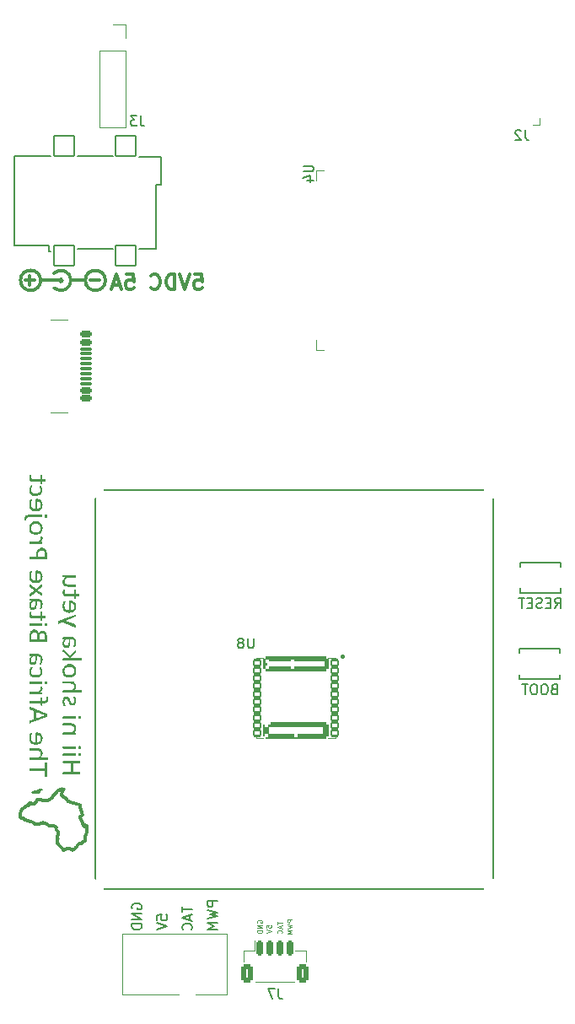
<source format=gbr>
%TF.GenerationSoftware,KiCad,Pcbnew,9.0.2*%
%TF.CreationDate,2025-06-20T12:19:24+03:00*%
%TF.ProjectId,BitshokaNiniV1.1,42697473-686f-46b6-914e-696e6956312e,rev?*%
%TF.SameCoordinates,Original*%
%TF.FileFunction,Legend,Bot*%
%TF.FilePolarity,Positive*%
%FSLAX46Y46*%
G04 Gerber Fmt 4.6, Leading zero omitted, Abs format (unit mm)*
G04 Created by KiCad (PCBNEW 9.0.2) date 2025-06-20 12:19:24*
%MOMM*%
%LPD*%
G01*
G04 APERTURE LIST*
G04 Aperture macros list*
%AMRoundRect*
0 Rectangle with rounded corners*
0 $1 Rounding radius*
0 $2 $3 $4 $5 $6 $7 $8 $9 X,Y pos of 4 corners*
0 Add a 4 corners polygon primitive as box body*
4,1,4,$2,$3,$4,$5,$6,$7,$8,$9,$2,$3,0*
0 Add four circle primitives for the rounded corners*
1,1,$1+$1,$2,$3*
1,1,$1+$1,$4,$5*
1,1,$1+$1,$6,$7*
1,1,$1+$1,$8,$9*
0 Add four rect primitives between the rounded corners*
20,1,$1+$1,$2,$3,$4,$5,0*
20,1,$1+$1,$4,$5,$6,$7,0*
20,1,$1+$1,$6,$7,$8,$9,0*
20,1,$1+$1,$8,$9,$2,$3,0*%
G04 Aperture macros list end*
%ADD10C,0.150000*%
%ADD11C,0.125000*%
%ADD12C,0.300000*%
%ADD13C,0.120000*%
%ADD14C,0.127000*%
%ADD15C,0.050000*%
%ADD16C,0.227485*%
%ADD17C,0.152400*%
%ADD18C,0.310000*%
%ADD19C,0.000000*%
%ADD20R,0.900000X0.900000*%
%ADD21R,0.900000X1.500000*%
%ADD22R,1.500000X0.900000*%
%ADD23C,2.000000*%
%ADD24C,3.500000*%
%ADD25C,1.800000*%
%ADD26C,1.600000*%
%ADD27RoundRect,0.102000X1.000000X-1.000000X1.000000X1.000000X-1.000000X1.000000X-1.000000X-1.000000X0*%
%ADD28C,0.990600*%
%ADD29C,0.787400*%
%ADD30C,0.650000*%
%ADD31RoundRect,0.150000X0.425000X-0.150000X0.425000X0.150000X-0.425000X0.150000X-0.425000X-0.150000X0*%
%ADD32RoundRect,0.075000X0.500000X-0.075000X0.500000X0.075000X-0.500000X0.075000X-0.500000X-0.075000X0*%
%ADD33O,2.100000X1.000000*%
%ADD34O,1.800000X1.000000*%
%ADD35C,1.295400*%
%ADD36C,1.574800*%
%ADD37C,0.400000*%
%ADD38C,0.800000*%
%ADD39C,6.000000*%
%ADD40R,1.700000X1.700000*%
%ADD41C,1.700000*%
%ADD42O,1.700000X1.700000*%
%ADD43RoundRect,0.117030X0.345570X0.273070X-0.345570X0.273070X-0.345570X-0.273070X0.345570X-0.273070X0*%
%ADD44RoundRect,0.216600X3.055400X0.505400X-3.055400X0.505400X-3.055400X-0.505400X3.055400X-0.505400X0*%
%ADD45R,4.524000X4.863538*%
%ADD46R,0.722000X5.050000*%
%ADD47RoundRect,0.261600X3.010400X0.610400X-3.010400X0.610400X-3.010400X-0.610400X3.010400X-0.610400X0*%
%ADD48R,0.900000X1.800000*%
%ADD49RoundRect,0.150000X-0.150000X-0.625000X0.150000X-0.625000X0.150000X0.625000X-0.150000X0.625000X0*%
%ADD50RoundRect,0.250000X-0.350000X-0.650000X0.350000X-0.650000X0.350000X0.650000X-0.350000X0.650000X0*%
G04 APERTURE END LIST*
D10*
X85450000Y-95700000D02*
X125430000Y-95700000D01*
X125430000Y-135690000D01*
X85450000Y-135690000D01*
X85450000Y-95700000D01*
D11*
X103724809Y-138992858D02*
X103724809Y-139278572D01*
X104224809Y-139135715D02*
X103724809Y-139135715D01*
X104081952Y-139421429D02*
X104081952Y-139659524D01*
X104224809Y-139373810D02*
X103724809Y-139540476D01*
X103724809Y-139540476D02*
X104224809Y-139707143D01*
X104177190Y-140159523D02*
X104201000Y-140135714D01*
X104201000Y-140135714D02*
X104224809Y-140064285D01*
X104224809Y-140064285D02*
X104224809Y-140016666D01*
X104224809Y-140016666D02*
X104201000Y-139945238D01*
X104201000Y-139945238D02*
X104153380Y-139897619D01*
X104153380Y-139897619D02*
X104105761Y-139873809D01*
X104105761Y-139873809D02*
X104010523Y-139850000D01*
X104010523Y-139850000D02*
X103939095Y-139850000D01*
X103939095Y-139850000D02*
X103843857Y-139873809D01*
X103843857Y-139873809D02*
X103796238Y-139897619D01*
X103796238Y-139897619D02*
X103748619Y-139945238D01*
X103748619Y-139945238D02*
X103724809Y-140016666D01*
X103724809Y-140016666D02*
X103724809Y-140064285D01*
X103724809Y-140064285D02*
X103748619Y-140135714D01*
X103748619Y-140135714D02*
X103772428Y-140159523D01*
D10*
X91663819Y-138827523D02*
X91663819Y-138351333D01*
X91663819Y-138351333D02*
X92140009Y-138303714D01*
X92140009Y-138303714D02*
X92092390Y-138351333D01*
X92092390Y-138351333D02*
X92044771Y-138446571D01*
X92044771Y-138446571D02*
X92044771Y-138684666D01*
X92044771Y-138684666D02*
X92092390Y-138779904D01*
X92092390Y-138779904D02*
X92140009Y-138827523D01*
X92140009Y-138827523D02*
X92235247Y-138875142D01*
X92235247Y-138875142D02*
X92473342Y-138875142D01*
X92473342Y-138875142D02*
X92568580Y-138827523D01*
X92568580Y-138827523D02*
X92616200Y-138779904D01*
X92616200Y-138779904D02*
X92663819Y-138684666D01*
X92663819Y-138684666D02*
X92663819Y-138446571D01*
X92663819Y-138446571D02*
X92616200Y-138351333D01*
X92616200Y-138351333D02*
X92568580Y-138303714D01*
X91663819Y-139160857D02*
X92663819Y-139494190D01*
X92663819Y-139494190D02*
X91663819Y-139827523D01*
G36*
X82235903Y-122840846D02*
G01*
X82216730Y-122846891D01*
X82203785Y-122867847D01*
X82195603Y-122907744D01*
X82192184Y-122968597D01*
X82195603Y-123031734D01*
X82203785Y-123070825D01*
X82216730Y-123091915D01*
X82235903Y-123097826D01*
X83020655Y-123097826D01*
X83020655Y-123982950D01*
X82235903Y-123982950D01*
X82216730Y-123988995D01*
X82203785Y-124010085D01*
X82195603Y-124049982D01*
X82192184Y-124112313D01*
X82195603Y-124173838D01*
X82203785Y-124214406D01*
X82216730Y-124235497D01*
X82235903Y-124241542D01*
X83930460Y-124241542D01*
X83949633Y-124235497D01*
X83962578Y-124214406D01*
X83970760Y-124173838D01*
X83974180Y-124112313D01*
X83970760Y-124049982D01*
X83962578Y-124010085D01*
X83949633Y-123988995D01*
X83930582Y-123982950D01*
X83225819Y-123982950D01*
X83225819Y-123097826D01*
X83930582Y-123097826D01*
X83949633Y-123091915D01*
X83962578Y-123070825D01*
X83970760Y-123031734D01*
X83974180Y-122968597D01*
X83970760Y-122907744D01*
X83962578Y-122867847D01*
X83949633Y-122846891D01*
X83930460Y-122840846D01*
X82235903Y-122840846D01*
G37*
G36*
X82234438Y-122104832D02*
G01*
X82215997Y-122110877D01*
X82203053Y-122130490D01*
X82194993Y-122167969D01*
X82192184Y-122229628D01*
X82194993Y-122289675D01*
X82203053Y-122328094D01*
X82215997Y-122347573D01*
X82234438Y-122352812D01*
X83462979Y-122352812D01*
X83480687Y-122347573D01*
X83494242Y-122328094D01*
X83502424Y-122289675D01*
X83505233Y-122229628D01*
X83502424Y-122167969D01*
X83494242Y-122130490D01*
X83480687Y-122110877D01*
X83462979Y-122104832D01*
X82234438Y-122104832D01*
G37*
G36*
X83875872Y-122076353D02*
G01*
X83804844Y-122086129D01*
X83768283Y-122109399D01*
X83748196Y-122150979D01*
X83739706Y-122231106D01*
X83747991Y-122309909D01*
X83767550Y-122350662D01*
X83803360Y-122373351D01*
X83873185Y-122382903D01*
X83944213Y-122373127D01*
X83980774Y-122349856D01*
X84000861Y-122308276D01*
X84009351Y-122228150D01*
X84001029Y-122149384D01*
X83981385Y-122108728D01*
X83945662Y-122085945D01*
X83875872Y-122076353D01*
G37*
G36*
X82234438Y-121399849D02*
G01*
X82215997Y-121405894D01*
X82203053Y-121425507D01*
X82194993Y-121462986D01*
X82192184Y-121524645D01*
X82194993Y-121584692D01*
X82203053Y-121623112D01*
X82215997Y-121642590D01*
X82234438Y-121647829D01*
X83462979Y-121647829D01*
X83480687Y-121642590D01*
X83494242Y-121623112D01*
X83502424Y-121584692D01*
X83505233Y-121524645D01*
X83502424Y-121462986D01*
X83494242Y-121425507D01*
X83480687Y-121405894D01*
X83462979Y-121399849D01*
X82234438Y-121399849D01*
G37*
G36*
X83875872Y-121371371D02*
G01*
X83804844Y-121381146D01*
X83768283Y-121404417D01*
X83748196Y-121445997D01*
X83739706Y-121526123D01*
X83747991Y-121604927D01*
X83767550Y-121645680D01*
X83803360Y-121668369D01*
X83873185Y-121677920D01*
X83944213Y-121668145D01*
X83980774Y-121644874D01*
X84000861Y-121603294D01*
X84009351Y-121523168D01*
X84001029Y-121444401D01*
X83981385Y-121403745D01*
X83945662Y-121380962D01*
X83875872Y-121371371D01*
G37*
G36*
X82234682Y-119083939D02*
G01*
X82216120Y-119089984D01*
X82203175Y-119109462D01*
X82194993Y-119147076D01*
X82192184Y-119207123D01*
X82194993Y-119268782D01*
X82203175Y-119306395D01*
X82216120Y-119325874D01*
X82234682Y-119331919D01*
X82956542Y-119331919D01*
X83056896Y-119336983D01*
X83126413Y-119349919D01*
X83187472Y-119372637D01*
X83237299Y-119402578D01*
X83278494Y-119442257D01*
X83308618Y-119492044D01*
X83326862Y-119549877D01*
X83333286Y-119618989D01*
X83318987Y-119709667D01*
X83272958Y-119805310D01*
X83202856Y-119896106D01*
X83096249Y-120000631D01*
X82234682Y-120000631D01*
X82216120Y-120006676D01*
X82203175Y-120026289D01*
X82194993Y-120063768D01*
X82192184Y-120125427D01*
X82194993Y-120185474D01*
X82203053Y-120223893D01*
X82215997Y-120243372D01*
X82234438Y-120248611D01*
X83462979Y-120248611D01*
X83481297Y-120244178D01*
X83494975Y-120226177D01*
X83503157Y-120191653D01*
X83505233Y-120135905D01*
X83503157Y-120081097D01*
X83494975Y-120047379D01*
X83481297Y-120030050D01*
X83462857Y-120024677D01*
X83300436Y-120024677D01*
X83406271Y-119906272D01*
X83473726Y-119797116D01*
X83515296Y-119681546D01*
X83528681Y-119567808D01*
X83517502Y-119439308D01*
X83486915Y-119340113D01*
X83437611Y-119255833D01*
X83375296Y-119190600D01*
X83300490Y-119142119D01*
X83211653Y-119108790D01*
X83113052Y-119090671D01*
X82986461Y-119083939D01*
X82234682Y-119083939D01*
G37*
G36*
X82234438Y-118384330D02*
G01*
X82215997Y-118390375D01*
X82203053Y-118409987D01*
X82194993Y-118447466D01*
X82192184Y-118509125D01*
X82194993Y-118569173D01*
X82203053Y-118607592D01*
X82215997Y-118627070D01*
X82234438Y-118632309D01*
X83462979Y-118632309D01*
X83480687Y-118627070D01*
X83494242Y-118607592D01*
X83502424Y-118569173D01*
X83505233Y-118509125D01*
X83502424Y-118447466D01*
X83494242Y-118409987D01*
X83480687Y-118390375D01*
X83462979Y-118384330D01*
X82234438Y-118384330D01*
G37*
G36*
X83875872Y-118355851D02*
G01*
X83804844Y-118365626D01*
X83768283Y-118388897D01*
X83748196Y-118430477D01*
X83739706Y-118510603D01*
X83747991Y-118589407D01*
X83767550Y-118630160D01*
X83803360Y-118652849D01*
X83873185Y-118662400D01*
X83944213Y-118652625D01*
X83980774Y-118629354D01*
X84000861Y-118587774D01*
X84009351Y-118507648D01*
X84001029Y-118428881D01*
X83981385Y-118388225D01*
X83945662Y-118365442D01*
X83875872Y-118355851D01*
G37*
G36*
X82571737Y-116383968D02*
G01*
X82480961Y-116393921D01*
X82403454Y-116422388D01*
X82335487Y-116468745D01*
X82279012Y-116531332D01*
X82235177Y-116607458D01*
X82202442Y-116699652D01*
X82183257Y-116800306D01*
X82176552Y-116914586D01*
X82186810Y-117052144D01*
X82212700Y-117169282D01*
X82245429Y-117257271D01*
X82276203Y-117309795D01*
X82314305Y-117333841D01*
X82380983Y-117341364D01*
X82424581Y-117338408D01*
X82453157Y-117330886D01*
X82468789Y-117318124D01*
X82473551Y-117299317D01*
X82455111Y-117250420D01*
X82414933Y-117170760D01*
X82374633Y-117058860D01*
X82361151Y-116991329D01*
X82356315Y-116910019D01*
X82368649Y-116795835D01*
X82384239Y-116747291D01*
X82405041Y-116707175D01*
X82432377Y-116673854D01*
X82466102Y-116649277D01*
X82505415Y-116634331D01*
X82553907Y-116628993D01*
X82602581Y-116636607D01*
X82641346Y-116658278D01*
X82674327Y-116691563D01*
X82704239Y-116735654D01*
X82752721Y-116843927D01*
X82797173Y-116967916D01*
X82849808Y-117092578D01*
X82882599Y-117150429D01*
X82921615Y-117201523D01*
X82967724Y-117244671D01*
X83022732Y-117279033D01*
X83085251Y-117300543D01*
X83163660Y-117308318D01*
X83234604Y-117300615D01*
X83302390Y-117277555D01*
X83364301Y-117239223D01*
X83418527Y-117185134D01*
X83462631Y-117117447D01*
X83498517Y-117031053D01*
X83520693Y-116934048D01*
X83528681Y-116815314D01*
X83520132Y-116707175D01*
X83498639Y-116609515D01*
X83470795Y-116535094D01*
X83444295Y-116488480D01*
X83424755Y-116467390D01*
X83406315Y-116460001D01*
X83380914Y-116455434D01*
X83344033Y-116453150D01*
X83303733Y-116455434D01*
X83275645Y-116462957D01*
X83259891Y-116475718D01*
X83255129Y-116492241D01*
X83270638Y-116531332D01*
X83303977Y-116597424D01*
X83337194Y-116692936D01*
X83348708Y-116750046D01*
X83352826Y-116818403D01*
X83349396Y-116879313D01*
X83339881Y-116929497D01*
X83323719Y-116974355D01*
X83303122Y-117008485D01*
X83277087Y-117035590D01*
X83246702Y-117055099D01*
X83175994Y-117070816D01*
X83125978Y-117063014D01*
X83086357Y-117040860D01*
X83052914Y-117006891D01*
X83022854Y-116962677D01*
X82973639Y-116852927D01*
X82928454Y-116727459D01*
X82876552Y-116601186D01*
X82844527Y-116542030D01*
X82806821Y-116490764D01*
X82762018Y-116447627D01*
X82708391Y-116413387D01*
X82647471Y-116391748D01*
X82571737Y-116383968D01*
G37*
G36*
X82234682Y-114864790D02*
G01*
X82216120Y-114870835D01*
X82203175Y-114890314D01*
X82194993Y-114927927D01*
X82192184Y-114987974D01*
X82194993Y-115049633D01*
X82203175Y-115087247D01*
X82216120Y-115106725D01*
X82234682Y-115112770D01*
X82956542Y-115112770D01*
X83056896Y-115117834D01*
X83126413Y-115130771D01*
X83187472Y-115153489D01*
X83237299Y-115183429D01*
X83278494Y-115223109D01*
X83308618Y-115272896D01*
X83326862Y-115330728D01*
X83333286Y-115399841D01*
X83318987Y-115490519D01*
X83272958Y-115586161D01*
X83202856Y-115676957D01*
X83096249Y-115781482D01*
X82234682Y-115781482D01*
X82216120Y-115787527D01*
X82203175Y-115807140D01*
X82194993Y-115844619D01*
X82192184Y-115906278D01*
X82194993Y-115966325D01*
X82203053Y-116004745D01*
X82216120Y-116024223D01*
X82234560Y-116029462D01*
X84063206Y-116029462D01*
X84082379Y-116024223D01*
X84096057Y-116004745D01*
X84104239Y-115966325D01*
X84107048Y-115906278D01*
X84104239Y-115844619D01*
X84096057Y-115807140D01*
X84082379Y-115787527D01*
X84063328Y-115781482D01*
X83325959Y-115781482D01*
X83417896Y-115671025D01*
X83478611Y-115566683D01*
X83516475Y-115456676D01*
X83528681Y-115348660D01*
X83517502Y-115220160D01*
X83486915Y-115120964D01*
X83437611Y-115036685D01*
X83375296Y-114971451D01*
X83300490Y-114922970D01*
X83211653Y-114889642D01*
X83112882Y-114871541D01*
X82984996Y-114864790D01*
X82234682Y-114864790D01*
G37*
G36*
X83015410Y-113166090D02*
G01*
X83143143Y-113196636D01*
X83258528Y-113249235D01*
X83352337Y-113320626D01*
X83427686Y-113412817D01*
X83483496Y-113527231D01*
X83516736Y-113657826D01*
X83528681Y-113818063D01*
X83515374Y-113983965D01*
X83478122Y-114120179D01*
X83416773Y-114239455D01*
X83335851Y-114335785D01*
X83236768Y-114410543D01*
X83117742Y-114465013D01*
X82987559Y-114496810D01*
X82841015Y-114507866D01*
X82689944Y-114497218D01*
X82562090Y-114467297D01*
X82446727Y-114415321D01*
X82352896Y-114344113D01*
X82277514Y-114251818D01*
X82221615Y-114137374D01*
X82188463Y-114006802D01*
X82176552Y-113846676D01*
X82177539Y-113834586D01*
X82366085Y-113834586D01*
X82376516Y-113947015D01*
X82405041Y-114032997D01*
X82451066Y-114104910D01*
X82510188Y-114160076D01*
X82580797Y-114200034D01*
X82665282Y-114227646D01*
X82755963Y-114242722D01*
X82855303Y-114247930D01*
X82958144Y-114241499D01*
X83049354Y-114223079D01*
X83133578Y-114191017D01*
X83203105Y-114147180D01*
X83260703Y-114089199D01*
X83303611Y-114017280D01*
X83329763Y-113933218D01*
X83339148Y-113828541D01*
X83328720Y-113716230D01*
X83300191Y-113630265D01*
X83253977Y-113558586D01*
X83194190Y-113503991D01*
X83123105Y-113464522D01*
X83038485Y-113437093D01*
X82948072Y-113422001D01*
X82849930Y-113416809D01*
X82745859Y-113423054D01*
X82654413Y-113440854D01*
X82570420Y-113472350D01*
X82501395Y-113516081D01*
X82444443Y-113574139D01*
X82401622Y-113646788D01*
X82375417Y-113731232D01*
X82366085Y-113834586D01*
X82177539Y-113834586D01*
X82189998Y-113682031D01*
X82227843Y-113545366D01*
X82289786Y-113425373D01*
X82370725Y-113328954D01*
X82469781Y-113253930D01*
X82588712Y-113198920D01*
X82719032Y-113166518D01*
X82865561Y-113155261D01*
X83015410Y-113166090D01*
G37*
G36*
X82235903Y-111679876D02*
G01*
X82216730Y-111685921D01*
X82203053Y-111706205D01*
X82194993Y-111745968D01*
X82192184Y-111810582D01*
X82194260Y-111877480D01*
X82201099Y-111921810D01*
X82214654Y-111951095D01*
X82235903Y-111971379D01*
X82915631Y-112542431D01*
X82234438Y-112542431D01*
X82215997Y-112548476D01*
X82203053Y-112568089D01*
X82194993Y-112605568D01*
X82192184Y-112667227D01*
X82194993Y-112727274D01*
X82203053Y-112765694D01*
X82216120Y-112785172D01*
X82234560Y-112790411D01*
X84063206Y-112790411D01*
X84082379Y-112785172D01*
X84096057Y-112765694D01*
X84104239Y-112727274D01*
X84107048Y-112667227D01*
X84104239Y-112605568D01*
X84096057Y-112568089D01*
X84082379Y-112548476D01*
X84063206Y-112542431D01*
X82947016Y-112542431D01*
X83457484Y-112031561D01*
X83479954Y-112006038D01*
X83494975Y-111973663D01*
X83503157Y-111929333D01*
X83505233Y-111867674D01*
X83503157Y-111804537D01*
X83496318Y-111763297D01*
X83483984Y-111740729D01*
X83464323Y-111733878D01*
X83431472Y-111743684D01*
X83393370Y-111776058D01*
X82948360Y-112265973D01*
X82300017Y-111715877D01*
X82262404Y-111688204D01*
X82235903Y-111679876D01*
G37*
G36*
X83175523Y-110433622D02*
G01*
X83265753Y-110454619D01*
X83345917Y-110492320D01*
X83410223Y-110546235D01*
X83460436Y-110617308D01*
X83498517Y-110711599D01*
X83520524Y-110819767D01*
X83528681Y-110959579D01*
X83515491Y-111114331D01*
X83482152Y-111255650D01*
X83437700Y-111369834D01*
X83395568Y-111439687D01*
X83357833Y-111465211D01*
X83303733Y-111470450D01*
X83265997Y-111467494D01*
X83237909Y-111457822D01*
X83221545Y-111441971D01*
X83216050Y-111420881D01*
X83236078Y-111366072D01*
X83280530Y-111274457D01*
X83324860Y-111146706D01*
X83339734Y-111071013D01*
X83345010Y-110982147D01*
X83339935Y-110900182D01*
X83326325Y-110837873D01*
X83302823Y-110783863D01*
X83271249Y-110742362D01*
X83230884Y-110711105D01*
X83179535Y-110689031D01*
X83122070Y-110676885D01*
X83052651Y-110672508D01*
X82956175Y-110672508D01*
X82956175Y-110858829D01*
X82949554Y-111012472D01*
X82931018Y-111142944D01*
X82898460Y-111262374D01*
X82855425Y-111356266D01*
X82798062Y-111433914D01*
X82728907Y-111490062D01*
X82647832Y-111524522D01*
X82549389Y-111536676D01*
X82464220Y-111527891D01*
X82391486Y-111502824D01*
X82327279Y-111461998D01*
X82274494Y-111408119D01*
X82233032Y-111341990D01*
X82201709Y-111260889D01*
X82183102Y-111171389D01*
X82176552Y-111067718D01*
X82180414Y-111028627D01*
X82352407Y-111028627D01*
X82359349Y-111106485D01*
X82378509Y-111167630D01*
X82408705Y-111215753D01*
X82449818Y-111252400D01*
X82499488Y-111274763D01*
X82560258Y-111282651D01*
X82613660Y-111276614D01*
X82658688Y-111259412D01*
X82697879Y-111230073D01*
X82732083Y-111186468D01*
X82758230Y-111132521D01*
X82778367Y-111061807D01*
X82789794Y-110983121D01*
X82793998Y-110884352D01*
X82793998Y-110672508D01*
X82534490Y-110672508D01*
X82450842Y-110766067D01*
X82397226Y-110847545D01*
X82363633Y-110934439D01*
X82352407Y-111028627D01*
X82180414Y-111028627D01*
X82188274Y-110949060D01*
X82223325Y-110837067D01*
X82279306Y-110734075D01*
X82356071Y-110639462D01*
X82233217Y-110639462D01*
X82208548Y-110628984D01*
X82196336Y-110595132D01*
X82192184Y-110532667D01*
X82196336Y-110471142D01*
X82208548Y-110438096D01*
X82233217Y-110426006D01*
X83064497Y-110426006D01*
X83175523Y-110433622D01*
G37*
G36*
X82200000Y-108660057D02*
G01*
X81745097Y-108840467D01*
X81726654Y-108855165D01*
X81711514Y-108886275D01*
X81703246Y-108927944D01*
X81699790Y-108998309D01*
X81703210Y-109061311D01*
X81714933Y-109098253D01*
X81736915Y-109112493D01*
X81769888Y-109104970D01*
X82200000Y-108918649D01*
X82217707Y-108944173D01*
X82243719Y-108960696D01*
X83417794Y-109443087D01*
X83462857Y-109455177D01*
X83488869Y-109443222D01*
X83501814Y-109404131D01*
X83505233Y-109331859D01*
X83503157Y-109261334D01*
X83495586Y-109220631D01*
X83479954Y-109198869D01*
X83451988Y-109184630D01*
X82466224Y-108798421D01*
X82466224Y-108793853D01*
X83457484Y-108421212D01*
X83490823Y-108399316D01*
X83501814Y-108361031D01*
X83505233Y-108287416D01*
X83501814Y-108218368D01*
X83488869Y-108178471D01*
X83462857Y-108165710D01*
X83421946Y-108174710D01*
X82200000Y-108660057D01*
G37*
G36*
X83066002Y-106774464D02*
G01*
X83173918Y-106799672D01*
X83273447Y-106843572D01*
X83357711Y-106905661D01*
X83427390Y-106986752D01*
X83482397Y-107089832D01*
X83516328Y-107209094D01*
X83528681Y-107361051D01*
X83516522Y-107504753D01*
X83481542Y-107629987D01*
X83423991Y-107741569D01*
X83346109Y-107835115D01*
X83250029Y-107909053D01*
X83131420Y-107965150D01*
X83000163Y-107998493D01*
X82846510Y-108010286D01*
X82685515Y-107998733D01*
X82553907Y-107966762D01*
X82436840Y-107911426D01*
X82344713Y-107837398D01*
X82272057Y-107742580D01*
X82218928Y-107626226D01*
X82187750Y-107494515D01*
X82176552Y-107333916D01*
X82189741Y-107152834D01*
X82219295Y-107003321D01*
X82253122Y-106898138D01*
X82277791Y-106849375D01*
X82293545Y-106835807D01*
X82312107Y-106828285D01*
X82335432Y-106824523D01*
X82366329Y-106822911D01*
X82408094Y-106825195D01*
X82434717Y-106832046D01*
X82449127Y-106844808D01*
X82454012Y-106863480D01*
X82439480Y-106916945D01*
X82407117Y-107007083D01*
X82374633Y-107137117D01*
X82364043Y-107214944D01*
X82360223Y-107308393D01*
X82368734Y-107424576D01*
X82391852Y-107514326D01*
X82430822Y-107591269D01*
X82482588Y-107651078D01*
X82546555Y-107695596D01*
X82624127Y-107726170D01*
X82709407Y-107742811D01*
X82809630Y-107748738D01*
X82975715Y-107748738D01*
X83049077Y-107740086D01*
X83118841Y-107720259D01*
X83183711Y-107689033D01*
X83238886Y-107648122D01*
X83285068Y-107596223D01*
X83321563Y-107532327D01*
X83344673Y-107459249D01*
X83352826Y-107371530D01*
X83340602Y-107257442D01*
X83306774Y-107169627D01*
X83252442Y-107101788D01*
X83181085Y-107053674D01*
X83090628Y-107024009D01*
X82975715Y-107015277D01*
X82975715Y-107748738D01*
X82809630Y-107748738D01*
X82809630Y-106862002D01*
X82815216Y-106826666D01*
X82832100Y-106795239D01*
X82860117Y-106774031D01*
X82907693Y-106765819D01*
X82948482Y-106765819D01*
X83066002Y-106774464D01*
G37*
G36*
X82324685Y-105701495D02*
G01*
X82261549Y-105707540D01*
X82227355Y-105725540D01*
X82206716Y-105761542D01*
X82190963Y-105816484D01*
X82180704Y-105881770D01*
X82176552Y-105950952D01*
X82183292Y-106051814D01*
X82201709Y-106131362D01*
X82233832Y-106200300D01*
X82278157Y-106254546D01*
X82334646Y-106295247D01*
X82407728Y-106324399D01*
X82489791Y-106340320D01*
X82592498Y-106346161D01*
X83309839Y-106346161D01*
X83309839Y-106535572D01*
X83314994Y-106555269D01*
X83331699Y-106571573D01*
X83357367Y-106581117D01*
X83402896Y-106585141D01*
X83446737Y-106581379D01*
X83476168Y-106571573D01*
X83492655Y-106555856D01*
X83497418Y-106533960D01*
X83497418Y-106346161D01*
X83789776Y-106346161D01*
X83807484Y-106340922D01*
X83821894Y-106321444D01*
X83830687Y-106283025D01*
X83833496Y-106222978D01*
X83830687Y-106161318D01*
X83821894Y-106123839D01*
X83807484Y-106104227D01*
X83789776Y-106098182D01*
X83497418Y-106098182D01*
X83497418Y-105751064D01*
X83492655Y-105729973D01*
X83476168Y-105714256D01*
X83446737Y-105704450D01*
X83402896Y-105701495D01*
X83357367Y-105705519D01*
X83331699Y-105715062D01*
X83315006Y-105731278D01*
X83309839Y-105751064D01*
X83309839Y-106098182D01*
X82626081Y-106098182D01*
X82508290Y-106086376D01*
X82434717Y-106056941D01*
X82399833Y-106023637D01*
X82378049Y-105975985D01*
X82369993Y-105908771D01*
X82376099Y-105847247D01*
X82389166Y-105799155D01*
X82402110Y-105763019D01*
X82408339Y-105736018D01*
X82404919Y-105721779D01*
X82391852Y-105711167D01*
X82365840Y-105704450D01*
X82324685Y-105701495D01*
G37*
G36*
X82234438Y-104214422D02*
G01*
X82215997Y-104219661D01*
X82203053Y-104238468D01*
X82194993Y-104273797D01*
X82192184Y-104327128D01*
X82194993Y-104383548D01*
X82203053Y-104418072D01*
X82215997Y-104435401D01*
X82234560Y-104439834D01*
X82396981Y-104439834D01*
X82294333Y-104559244D01*
X82229309Y-104668201D01*
X82189449Y-104782953D01*
X82176552Y-104896702D01*
X82187514Y-105025266D01*
X82217463Y-105124398D01*
X82266141Y-105208620D01*
X82328471Y-105273911D01*
X82403513Y-105322466D01*
X82491992Y-105355854D01*
X82590508Y-105373843D01*
X82718893Y-105380572D01*
X83462979Y-105380572D01*
X83481297Y-105375333D01*
X83494975Y-105355048D01*
X83503157Y-105315957D01*
X83505233Y-105255910D01*
X83503157Y-105195729D01*
X83494975Y-105157444D01*
X83481297Y-105137159D01*
X83462979Y-105131114D01*
X82748813Y-105131114D01*
X82646578Y-105126259D01*
X82576500Y-105113920D01*
X82515318Y-105091505D01*
X82466102Y-105061261D01*
X82425488Y-105021179D01*
X82395150Y-104971795D01*
X82376554Y-104914507D01*
X82369993Y-104845521D01*
X82384156Y-104754914D01*
X82429588Y-104660006D01*
X82498846Y-104569540D01*
X82604344Y-104463879D01*
X83462979Y-104463879D01*
X83481297Y-104458640D01*
X83494975Y-104438356D01*
X83503157Y-104400071D01*
X83505233Y-104339084D01*
X83503157Y-104279036D01*
X83494975Y-104241423D01*
X83481297Y-104221139D01*
X83462979Y-104214422D01*
X82234438Y-104214422D01*
G37*
G36*
X80505369Y-123022733D02*
G01*
X80460184Y-123025689D01*
X80429532Y-123035495D01*
X80412435Y-123052018D01*
X80407062Y-123073780D01*
X80407062Y-123620786D01*
X78875903Y-123620786D01*
X78856730Y-123626831D01*
X78843785Y-123647922D01*
X78835603Y-123687819D01*
X78832184Y-123750015D01*
X78835603Y-123811674D01*
X78843785Y-123852243D01*
X78856730Y-123873333D01*
X78875903Y-123879378D01*
X80407062Y-123879378D01*
X80407062Y-124426385D01*
X80412435Y-124448147D01*
X80429532Y-124463998D01*
X80460184Y-124473670D01*
X80505369Y-124477431D01*
X80551043Y-124473670D01*
X80583161Y-124463998D01*
X80600868Y-124448147D01*
X80606364Y-124426385D01*
X80606364Y-123073780D01*
X80600868Y-123052018D01*
X80583161Y-123035495D01*
X80551043Y-123025689D01*
X80505369Y-123022733D01*
G37*
G36*
X78874682Y-121605111D02*
G01*
X78856120Y-121611156D01*
X78843175Y-121630635D01*
X78834993Y-121668248D01*
X78832184Y-121728295D01*
X78834993Y-121789954D01*
X78843175Y-121827568D01*
X78856120Y-121847046D01*
X78874682Y-121853091D01*
X79596542Y-121853091D01*
X79696896Y-121858155D01*
X79766413Y-121871092D01*
X79827472Y-121893810D01*
X79877299Y-121923750D01*
X79918494Y-121963430D01*
X79948618Y-122013217D01*
X79966862Y-122071049D01*
X79973286Y-122140162D01*
X79958987Y-122230840D01*
X79912958Y-122326482D01*
X79842856Y-122417278D01*
X79736249Y-122521803D01*
X78874682Y-122521803D01*
X78856120Y-122527848D01*
X78843175Y-122547461D01*
X78834993Y-122584940D01*
X78832184Y-122646599D01*
X78834993Y-122706646D01*
X78843053Y-122745066D01*
X78856120Y-122764544D01*
X78874560Y-122769783D01*
X80703206Y-122769783D01*
X80722379Y-122764544D01*
X80736057Y-122745066D01*
X80744239Y-122706646D01*
X80747048Y-122646599D01*
X80744239Y-122584940D01*
X80736057Y-122547461D01*
X80722379Y-122527848D01*
X80703328Y-122521803D01*
X79965959Y-122521803D01*
X80057896Y-122411346D01*
X80118611Y-122307004D01*
X80156475Y-122196997D01*
X80168681Y-122088981D01*
X80157502Y-121960481D01*
X80126915Y-121861285D01*
X80077611Y-121777006D01*
X80015296Y-121711772D01*
X79940490Y-121663291D01*
X79851653Y-121629963D01*
X79752882Y-121611862D01*
X79624996Y-121605111D01*
X78874682Y-121605111D01*
G37*
G36*
X79706002Y-120007932D02*
G01*
X79813918Y-120033140D01*
X79913447Y-120077040D01*
X79997711Y-120139129D01*
X80067390Y-120220220D01*
X80122397Y-120323300D01*
X80156328Y-120442562D01*
X80168681Y-120594520D01*
X80156522Y-120738221D01*
X80121542Y-120863456D01*
X80063991Y-120975038D01*
X79986109Y-121068583D01*
X79890029Y-121142521D01*
X79771420Y-121198618D01*
X79640163Y-121231962D01*
X79486510Y-121243754D01*
X79325515Y-121232202D01*
X79193907Y-121200230D01*
X79076840Y-121144894D01*
X78984713Y-121070867D01*
X78912057Y-120976049D01*
X78858928Y-120859694D01*
X78827750Y-120727983D01*
X78816552Y-120567384D01*
X78829741Y-120386303D01*
X78859295Y-120236789D01*
X78893122Y-120131606D01*
X78917791Y-120082843D01*
X78933545Y-120069275D01*
X78952107Y-120061753D01*
X78975432Y-120057991D01*
X79006329Y-120056379D01*
X79048094Y-120058663D01*
X79074717Y-120065514D01*
X79089127Y-120078276D01*
X79094012Y-120096948D01*
X79079480Y-120150413D01*
X79047117Y-120240551D01*
X79014633Y-120370586D01*
X79004043Y-120448412D01*
X79000223Y-120541861D01*
X79008734Y-120658044D01*
X79031852Y-120747794D01*
X79070822Y-120824737D01*
X79122588Y-120884546D01*
X79186555Y-120929064D01*
X79264127Y-120959638D01*
X79349407Y-120976279D01*
X79449630Y-120982206D01*
X79615715Y-120982206D01*
X79689077Y-120973555D01*
X79758841Y-120953728D01*
X79823711Y-120922501D01*
X79878886Y-120881591D01*
X79925068Y-120829691D01*
X79961563Y-120765795D01*
X79984673Y-120692717D01*
X79992826Y-120604998D01*
X79980602Y-120490910D01*
X79946774Y-120403096D01*
X79892442Y-120335256D01*
X79821085Y-120287143D01*
X79730628Y-120257477D01*
X79615715Y-120248745D01*
X79615715Y-120982206D01*
X79449630Y-120982206D01*
X79449630Y-120095471D01*
X79455216Y-120060134D01*
X79472100Y-120028707D01*
X79500117Y-120007499D01*
X79547693Y-119999288D01*
X79588482Y-119999288D01*
X79706002Y-120007932D01*
G37*
G36*
X78923164Y-117441980D02*
G01*
X80563866Y-118094169D01*
X80589023Y-118110826D01*
X80604654Y-118140917D01*
X80612103Y-118191964D01*
X80614180Y-118271624D01*
X80612103Y-118345910D01*
X80604654Y-118394002D01*
X80589633Y-118422615D01*
X80565209Y-118438332D01*
X78924630Y-119090655D01*
X78876270Y-119103417D01*
X78848426Y-119092939D01*
X78835603Y-119053848D01*
X78832184Y-118982383D01*
X78834870Y-118914007D01*
X78843663Y-118873438D01*
X78858562Y-118851676D01*
X78879567Y-118839586D01*
X79301130Y-118680401D01*
X79301130Y-118615652D01*
X79488709Y-118615652D01*
X80371891Y-118280624D01*
X80371891Y-118279012D01*
X79488709Y-117939417D01*
X79488709Y-118615652D01*
X79301130Y-118615652D01*
X79301130Y-117871847D01*
X78874193Y-117705005D01*
X78853799Y-117692243D01*
X78840976Y-117671153D01*
X78834260Y-117629106D01*
X78832184Y-117554685D01*
X78834870Y-117480265D01*
X78847083Y-117440502D01*
X78874804Y-117429218D01*
X78923164Y-117441980D01*
G37*
G36*
X80611127Y-116404118D02*
G01*
X80569361Y-116407208D01*
X80543960Y-116413925D01*
X80531015Y-116423731D01*
X80527595Y-116438642D01*
X80533702Y-116464972D01*
X80547379Y-116503257D01*
X80561057Y-116556721D01*
X80567285Y-116628053D01*
X80562859Y-116681069D01*
X80550676Y-116722758D01*
X80529706Y-116757758D01*
X80499019Y-116785760D01*
X80460641Y-116805728D01*
X80408161Y-116820418D01*
X80272484Y-116830896D01*
X80137418Y-116830896D01*
X80137418Y-116528780D01*
X80132655Y-116508630D01*
X80116168Y-116493585D01*
X80086737Y-116482972D01*
X80042896Y-116479211D01*
X79997367Y-116483235D01*
X79971699Y-116492779D01*
X79954994Y-116509082D01*
X79949839Y-116528780D01*
X79949839Y-116830896D01*
X78874438Y-116830896D01*
X78855997Y-116836941D01*
X78843053Y-116857226D01*
X78834993Y-116895511D01*
X78832184Y-116955692D01*
X78834993Y-117015739D01*
X78843053Y-117054159D01*
X78855997Y-117074443D01*
X78874438Y-117080354D01*
X79949839Y-117080354D01*
X79949839Y-117271242D01*
X79955133Y-117292013D01*
X79971699Y-117307377D01*
X79997259Y-117315766D01*
X80042896Y-117319333D01*
X80086737Y-117316378D01*
X80116168Y-117307377D01*
X80132655Y-117292332D01*
X80137418Y-117271242D01*
X80137418Y-117080354D01*
X80265279Y-117080354D01*
X80389866Y-117073275D01*
X80487418Y-117054159D01*
X80573916Y-117019750D01*
X80639337Y-116973693D01*
X80690538Y-116912919D01*
X80726653Y-116837747D01*
X80747373Y-116751430D01*
X80754863Y-116644576D01*
X80745949Y-116542348D01*
X80726775Y-116465778D01*
X80708335Y-116429642D01*
X80687086Y-116414596D01*
X80655579Y-116406402D01*
X80611127Y-116404118D01*
G37*
G36*
X80026653Y-115415289D02*
G01*
X79976095Y-115416767D01*
X79943977Y-115422812D01*
X79926270Y-115434096D01*
X79920163Y-115452768D01*
X79926270Y-115482187D01*
X79938482Y-115521278D01*
X79950205Y-115570041D01*
X79955701Y-115628611D01*
X79941779Y-115702360D01*
X79896106Y-115778258D01*
X79811475Y-115861680D01*
X79682515Y-115957728D01*
X78874438Y-115957728D01*
X78855997Y-115963773D01*
X78843053Y-115983386D01*
X78834993Y-116020865D01*
X78832184Y-116082524D01*
X78834993Y-116142571D01*
X78843053Y-116180990D01*
X78855997Y-116200469D01*
X78874438Y-116205708D01*
X80102979Y-116205708D01*
X80121297Y-116201275D01*
X80134975Y-116183274D01*
X80143157Y-116148750D01*
X80145233Y-116093002D01*
X80143157Y-116038194D01*
X80134975Y-116004476D01*
X80121297Y-115987147D01*
X80102857Y-115981774D01*
X79924071Y-115981774D01*
X80046315Y-115877397D01*
X80120687Y-115784975D01*
X80158178Y-115698599D01*
X80168681Y-115612088D01*
X80166605Y-115567892D01*
X80159033Y-115516039D01*
X80146821Y-115467142D01*
X80133143Y-115436245D01*
X80120198Y-115424289D01*
X80104445Y-115419050D01*
X80076479Y-115416095D01*
X80026653Y-115415289D01*
G37*
G36*
X78874438Y-114885209D02*
G01*
X78855997Y-114891254D01*
X78843053Y-114910867D01*
X78834993Y-114948346D01*
X78832184Y-115010005D01*
X78834993Y-115070052D01*
X78843053Y-115108471D01*
X78855997Y-115127950D01*
X78874438Y-115133189D01*
X80102979Y-115133189D01*
X80120687Y-115127950D01*
X80134242Y-115108471D01*
X80142424Y-115070052D01*
X80145233Y-115010005D01*
X80142424Y-114948346D01*
X80134242Y-114910867D01*
X80120687Y-114891254D01*
X80102979Y-114885209D01*
X78874438Y-114885209D01*
G37*
G36*
X80515872Y-114856730D02*
G01*
X80444844Y-114866505D01*
X80408283Y-114889776D01*
X80388196Y-114931356D01*
X80379706Y-115011482D01*
X80387991Y-115090286D01*
X80407550Y-115131039D01*
X80443360Y-115153728D01*
X80513185Y-115163279D01*
X80584213Y-115153504D01*
X80620774Y-115130233D01*
X80640861Y-115088653D01*
X80649351Y-115008527D01*
X80641029Y-114929761D01*
X80621385Y-114889105D01*
X80585662Y-114866322D01*
X80515872Y-114856730D01*
G37*
G36*
X79064825Y-113455900D02*
G01*
X79024647Y-113457377D01*
X78996071Y-113462616D01*
X78975554Y-113471751D01*
X78949420Y-113495797D01*
X78906678Y-113559605D01*
X78861249Y-113661161D01*
X78829009Y-113783539D01*
X78816552Y-113920291D01*
X78827901Y-114060600D01*
X78860027Y-114178749D01*
X78913845Y-114282559D01*
X78987278Y-114367353D01*
X79078433Y-114433105D01*
X79192686Y-114483148D01*
X79319808Y-114512386D01*
X79473688Y-114522911D01*
X79647486Y-114509828D01*
X79784609Y-114474148D01*
X79905385Y-114414631D01*
X79997588Y-114340352D01*
X80069979Y-114247776D01*
X80120687Y-114140464D01*
X80150617Y-114022026D01*
X80160865Y-113891678D01*
X80149752Y-113766210D01*
X80120565Y-113654310D01*
X80078921Y-113563367D01*
X80038621Y-113505469D01*
X80012243Y-113480751D01*
X79989528Y-113469467D01*
X79960097Y-113463422D01*
X79918942Y-113461945D01*
X79869629Y-113466076D01*
X79844082Y-113475512D01*
X79827685Y-113491224D01*
X79822833Y-113508558D01*
X79827783Y-113530836D01*
X79845914Y-113560411D01*
X79897083Y-113634832D01*
X79948129Y-113743777D01*
X79965173Y-113811136D01*
X79971332Y-113894767D01*
X79963109Y-113981229D01*
X79939669Y-114054023D01*
X79901451Y-114116055D01*
X79847013Y-114169077D01*
X79759637Y-114218842D01*
X79642177Y-114252047D01*
X79486144Y-114264453D01*
X79371797Y-114257857D01*
X79278904Y-114239736D01*
X79195257Y-114208083D01*
X79130160Y-114166793D01*
X79077663Y-114112835D01*
X79041133Y-114048848D01*
X79019533Y-113975393D01*
X79011946Y-113888722D01*
X79018431Y-113806383D01*
X79036615Y-113738403D01*
X79090715Y-113626503D01*
X79144204Y-113546844D01*
X79163534Y-113515253D01*
X79168262Y-113496468D01*
X79162766Y-113478468D01*
X79144448Y-113465706D01*
X79111720Y-113458183D01*
X79064825Y-113455900D01*
G37*
G36*
X79815523Y-112140195D02*
G01*
X79905753Y-112161193D01*
X79985917Y-112198894D01*
X80050223Y-112252808D01*
X80100436Y-112323882D01*
X80138517Y-112418173D01*
X80160524Y-112526341D01*
X80168681Y-112666153D01*
X80155491Y-112820905D01*
X80122152Y-112962224D01*
X80077700Y-113076407D01*
X80035568Y-113146261D01*
X79997833Y-113171784D01*
X79943733Y-113177023D01*
X79905997Y-113174068D01*
X79877909Y-113164396D01*
X79861545Y-113148545D01*
X79856050Y-113127454D01*
X79876078Y-113072646D01*
X79920530Y-112981031D01*
X79964860Y-112853279D01*
X79979734Y-112777587D01*
X79985010Y-112688721D01*
X79979935Y-112606756D01*
X79966325Y-112544446D01*
X79942823Y-112490436D01*
X79911249Y-112448935D01*
X79870884Y-112417679D01*
X79819535Y-112395605D01*
X79762070Y-112383458D01*
X79692651Y-112379082D01*
X79596175Y-112379082D01*
X79596175Y-112565403D01*
X79589554Y-112719045D01*
X79571018Y-112849518D01*
X79538460Y-112968947D01*
X79495425Y-113062840D01*
X79438062Y-113140488D01*
X79368907Y-113196636D01*
X79287832Y-113231095D01*
X79189389Y-113243250D01*
X79104220Y-113234465D01*
X79031486Y-113209398D01*
X78967279Y-113168571D01*
X78914494Y-113114692D01*
X78873032Y-113048564D01*
X78841709Y-112967463D01*
X78823102Y-112877963D01*
X78816552Y-112774291D01*
X78820414Y-112735200D01*
X78992407Y-112735200D01*
X78999349Y-112813059D01*
X79018509Y-112874204D01*
X79048705Y-112922327D01*
X79089818Y-112958973D01*
X79139488Y-112981337D01*
X79200258Y-112989225D01*
X79253660Y-112983188D01*
X79298688Y-112965985D01*
X79337879Y-112936646D01*
X79372083Y-112893042D01*
X79398230Y-112839094D01*
X79418367Y-112768381D01*
X79429794Y-112689695D01*
X79433998Y-112590926D01*
X79433998Y-112379082D01*
X79174490Y-112379082D01*
X79090842Y-112472640D01*
X79037226Y-112554118D01*
X79003633Y-112641012D01*
X78992407Y-112735200D01*
X78820414Y-112735200D01*
X78828274Y-112655633D01*
X78863325Y-112543640D01*
X78919306Y-112440648D01*
X78996071Y-112346036D01*
X78873217Y-112346036D01*
X78848548Y-112335558D01*
X78836336Y-112301706D01*
X78832184Y-112239241D01*
X78836336Y-112177716D01*
X78848548Y-112144670D01*
X78873217Y-112132580D01*
X79704497Y-112132580D01*
X79815523Y-112140195D01*
G37*
G36*
X79432073Y-109680142D02*
G01*
X79509347Y-109702486D01*
X79580135Y-109738349D01*
X79640017Y-109784295D01*
X79690924Y-109840537D01*
X79731852Y-109905329D01*
X79762301Y-109976878D01*
X79781556Y-110054036D01*
X79809874Y-109994151D01*
X79844570Y-109942137D01*
X79885658Y-109897239D01*
X79931521Y-109860999D01*
X79982168Y-109832715D01*
X80037766Y-109812102D01*
X80096235Y-109799768D01*
X80158300Y-109795579D01*
X80260155Y-109805352D01*
X80347344Y-109833192D01*
X80424615Y-109880128D01*
X80488517Y-109945226D01*
X80538241Y-110026737D01*
X80576200Y-110130741D01*
X80597987Y-110250096D01*
X80606364Y-110416334D01*
X80606364Y-110858157D01*
X80601205Y-110891298D01*
X80585115Y-110923578D01*
X80558066Y-110945753D01*
X80510865Y-110954340D01*
X78935498Y-110954340D01*
X78888275Y-110945759D01*
X78861127Y-110923578D01*
X78845131Y-110891307D01*
X78840000Y-110858157D01*
X78840000Y-110350108D01*
X78840964Y-110323107D01*
X79033440Y-110323107D01*
X79033440Y-110698838D01*
X79652840Y-110698838D01*
X79652840Y-110404244D01*
X79840418Y-110404244D01*
X79840418Y-110698838D01*
X80414877Y-110698838D01*
X80414877Y-110431245D01*
X80409495Y-110325736D01*
X80395704Y-110252581D01*
X80371523Y-110189912D01*
X80340139Y-110142831D01*
X80300130Y-110106486D01*
X80251723Y-110081172D01*
X80197653Y-110066654D01*
X80135219Y-110061559D01*
X80078340Y-110066276D01*
X80023356Y-110080366D01*
X79972467Y-110104744D01*
X79928834Y-110139741D01*
X79892935Y-110184900D01*
X79864354Y-110241969D01*
X79847061Y-110309044D01*
X79840418Y-110404244D01*
X79652840Y-110404244D01*
X79652840Y-110389199D01*
X79647019Y-110272837D01*
X79631713Y-110187161D01*
X79605048Y-110111943D01*
X79569919Y-110053365D01*
X79524621Y-110006545D01*
X79469413Y-109972227D01*
X79406627Y-109951717D01*
X79330928Y-109944420D01*
X79260527Y-109951895D01*
X79201845Y-109973033D01*
X79150520Y-110007170D01*
X79108789Y-110051887D01*
X79076232Y-110105644D01*
X79052369Y-110168354D01*
X79038479Y-110237622D01*
X79033440Y-110323107D01*
X78840964Y-110323107D01*
X78843801Y-110243606D01*
X78854288Y-110155593D01*
X78872330Y-110072572D01*
X78897152Y-109996273D01*
X78929419Y-109925045D01*
X78967861Y-109862477D01*
X79013560Y-109807344D01*
X79065802Y-109761055D01*
X79124578Y-109724025D01*
X79191709Y-109695769D01*
X79263852Y-109678422D01*
X79344849Y-109672395D01*
X79432073Y-109680142D01*
G37*
G36*
X78874438Y-109060505D02*
G01*
X78855997Y-109066550D01*
X78843053Y-109086163D01*
X78834993Y-109123642D01*
X78832184Y-109185301D01*
X78834993Y-109245348D01*
X78843053Y-109283768D01*
X78855997Y-109303246D01*
X78874438Y-109308485D01*
X80102979Y-109308485D01*
X80120687Y-109303246D01*
X80134242Y-109283768D01*
X80142424Y-109245348D01*
X80145233Y-109185301D01*
X80142424Y-109123642D01*
X80134242Y-109086163D01*
X80120687Y-109066550D01*
X80102979Y-109060505D01*
X78874438Y-109060505D01*
G37*
G36*
X80515872Y-109032027D02*
G01*
X80444844Y-109041802D01*
X80408283Y-109065073D01*
X80388196Y-109106653D01*
X80379706Y-109186779D01*
X80387991Y-109265583D01*
X80407550Y-109306336D01*
X80443360Y-109329025D01*
X80513185Y-109338576D01*
X80584213Y-109328801D01*
X80620774Y-109305530D01*
X80640861Y-109263950D01*
X80649351Y-109183824D01*
X80641029Y-109105057D01*
X80621385Y-109064401D01*
X80585662Y-109041618D01*
X80515872Y-109032027D01*
G37*
G36*
X78964685Y-107900266D02*
G01*
X78901549Y-107906311D01*
X78867355Y-107924312D01*
X78846716Y-107960314D01*
X78830963Y-108015256D01*
X78820704Y-108080542D01*
X78816552Y-108149724D01*
X78823292Y-108250585D01*
X78841709Y-108330134D01*
X78873832Y-108399072D01*
X78918157Y-108453318D01*
X78974646Y-108494019D01*
X79047728Y-108523171D01*
X79129791Y-108539092D01*
X79232498Y-108544933D01*
X79949839Y-108544933D01*
X79949839Y-108734344D01*
X79954994Y-108754041D01*
X79971699Y-108770345D01*
X79997367Y-108779888D01*
X80042896Y-108783913D01*
X80086737Y-108780151D01*
X80116168Y-108770345D01*
X80132655Y-108754628D01*
X80137418Y-108732732D01*
X80137418Y-108544933D01*
X80429776Y-108544933D01*
X80447484Y-108539694D01*
X80461894Y-108520216D01*
X80470687Y-108481796D01*
X80473496Y-108421749D01*
X80470687Y-108360090D01*
X80461894Y-108322611D01*
X80447484Y-108302998D01*
X80429776Y-108296953D01*
X80137418Y-108296953D01*
X80137418Y-107949836D01*
X80132655Y-107928745D01*
X80116168Y-107913028D01*
X80086737Y-107903222D01*
X80042896Y-107900266D01*
X79997367Y-107904291D01*
X79971699Y-107913834D01*
X79955006Y-107930050D01*
X79949839Y-107949836D01*
X79949839Y-108296953D01*
X79266081Y-108296953D01*
X79148290Y-108285147D01*
X79074717Y-108255713D01*
X79039833Y-108222409D01*
X79018049Y-108174757D01*
X79009993Y-108107543D01*
X79016099Y-108046018D01*
X79029166Y-107997927D01*
X79042110Y-107961791D01*
X79048339Y-107934790D01*
X79044919Y-107920551D01*
X79031852Y-107909938D01*
X79005840Y-107903222D01*
X78964685Y-107900266D01*
G37*
G36*
X79815523Y-106599204D02*
G01*
X79905753Y-106620202D01*
X79985917Y-106657903D01*
X80050223Y-106711817D01*
X80100436Y-106782891D01*
X80138517Y-106877182D01*
X80160524Y-106985350D01*
X80168681Y-107125162D01*
X80155491Y-107279914D01*
X80122152Y-107421233D01*
X80077700Y-107535416D01*
X80035568Y-107605270D01*
X79997833Y-107630793D01*
X79943733Y-107636032D01*
X79905997Y-107633077D01*
X79877909Y-107623405D01*
X79861545Y-107607554D01*
X79856050Y-107586463D01*
X79876078Y-107531655D01*
X79920530Y-107440040D01*
X79964860Y-107312288D01*
X79979734Y-107236596D01*
X79985010Y-107147730D01*
X79979935Y-107065765D01*
X79966325Y-107003456D01*
X79942823Y-106949445D01*
X79911249Y-106907944D01*
X79870884Y-106876688D01*
X79819535Y-106854614D01*
X79762070Y-106842467D01*
X79692651Y-106838091D01*
X79596175Y-106838091D01*
X79596175Y-107024412D01*
X79589554Y-107178055D01*
X79571018Y-107308527D01*
X79538460Y-107427956D01*
X79495425Y-107521849D01*
X79438062Y-107599497D01*
X79368907Y-107655645D01*
X79287832Y-107690104D01*
X79189389Y-107702259D01*
X79104220Y-107693474D01*
X79031486Y-107668407D01*
X78967279Y-107627580D01*
X78914494Y-107573702D01*
X78873032Y-107507573D01*
X78841709Y-107426472D01*
X78823102Y-107336972D01*
X78816552Y-107233300D01*
X78820414Y-107194209D01*
X78992407Y-107194209D01*
X78999349Y-107272068D01*
X79018509Y-107333213D01*
X79048705Y-107381336D01*
X79089818Y-107417982D01*
X79139488Y-107440346D01*
X79200258Y-107448234D01*
X79253660Y-107442197D01*
X79298688Y-107424994D01*
X79337879Y-107395655D01*
X79372083Y-107352051D01*
X79398230Y-107298103D01*
X79418367Y-107227390D01*
X79429794Y-107148704D01*
X79433998Y-107049935D01*
X79433998Y-106838091D01*
X79174490Y-106838091D01*
X79090842Y-106931649D01*
X79037226Y-107013128D01*
X79003633Y-107100021D01*
X78992407Y-107194209D01*
X78820414Y-107194209D01*
X78828274Y-107114643D01*
X78863325Y-107002650D01*
X78919306Y-106899658D01*
X78996071Y-106805045D01*
X78873217Y-106805045D01*
X78848548Y-106794567D01*
X78836336Y-106760715D01*
X78832184Y-106698250D01*
X78836336Y-106636725D01*
X78848548Y-106603679D01*
X78873217Y-106591589D01*
X79704497Y-106591589D01*
X79815523Y-106599204D01*
G37*
G36*
X78900450Y-105139040D02*
G01*
X78868332Y-105127084D01*
X78847205Y-105141324D01*
X78835603Y-105184982D01*
X78832184Y-105260881D01*
X78834260Y-105332212D01*
X78841099Y-105374392D01*
X78853311Y-105398438D01*
X78870408Y-105412677D01*
X79357672Y-105737227D01*
X78870408Y-106060300D01*
X78853311Y-106074673D01*
X78841099Y-106098719D01*
X78834260Y-106139959D01*
X78832184Y-106207663D01*
X78835603Y-106278995D01*
X78847205Y-106319563D01*
X78868332Y-106331653D01*
X78900450Y-106317280D01*
X79499577Y-105896547D01*
X80076967Y-106294846D01*
X80109085Y-106307608D01*
X80130823Y-106294040D01*
X80142424Y-106250516D01*
X80145233Y-106173005D01*
X80143157Y-106103152D01*
X80136929Y-106061912D01*
X80126060Y-106039344D01*
X80109696Y-106025776D01*
X79652473Y-105717749D01*
X80109696Y-105405155D01*
X80124717Y-105391587D01*
X80136318Y-105371303D01*
X80143157Y-105335301D01*
X80145233Y-105271359D01*
X80142424Y-105200027D01*
X80132166Y-105158653D01*
X80111039Y-105146697D01*
X80076967Y-105161608D01*
X79506416Y-105556952D01*
X78900450Y-105139040D01*
G37*
G36*
X79706002Y-103767541D02*
G01*
X79813918Y-103792749D01*
X79913447Y-103836649D01*
X79997711Y-103898738D01*
X80067390Y-103979829D01*
X80122397Y-104082909D01*
X80156328Y-104202171D01*
X80168681Y-104354129D01*
X80156522Y-104497830D01*
X80121542Y-104623065D01*
X80063991Y-104734647D01*
X79986109Y-104828192D01*
X79890029Y-104902130D01*
X79771420Y-104958227D01*
X79640163Y-104991571D01*
X79486510Y-105003363D01*
X79325515Y-104991811D01*
X79193907Y-104959839D01*
X79076840Y-104904503D01*
X78984713Y-104830476D01*
X78912057Y-104735658D01*
X78858928Y-104619303D01*
X78827750Y-104487593D01*
X78816552Y-104326994D01*
X78829741Y-104145912D01*
X78859295Y-103996399D01*
X78893122Y-103891215D01*
X78917791Y-103842452D01*
X78933545Y-103828885D01*
X78952107Y-103821362D01*
X78975432Y-103817601D01*
X79006329Y-103815989D01*
X79048094Y-103818272D01*
X79074717Y-103825123D01*
X79089127Y-103837885D01*
X79094012Y-103856557D01*
X79079480Y-103910022D01*
X79047117Y-104000160D01*
X79014633Y-104130195D01*
X79004043Y-104208021D01*
X79000223Y-104301470D01*
X79008734Y-104417653D01*
X79031852Y-104507404D01*
X79070822Y-104584346D01*
X79122588Y-104644155D01*
X79186555Y-104688673D01*
X79264127Y-104719248D01*
X79349407Y-104735888D01*
X79449630Y-104741816D01*
X79615715Y-104741816D01*
X79689077Y-104733164D01*
X79758841Y-104713337D01*
X79823711Y-104682110D01*
X79878886Y-104641200D01*
X79925068Y-104589300D01*
X79961563Y-104525404D01*
X79984673Y-104452326D01*
X79992826Y-104364607D01*
X79980602Y-104250519D01*
X79946774Y-104162705D01*
X79892442Y-104094865D01*
X79821085Y-104046752D01*
X79730628Y-104017086D01*
X79615715Y-104008354D01*
X79615715Y-104741816D01*
X79449630Y-104741816D01*
X79449630Y-103855080D01*
X79455216Y-103819743D01*
X79472100Y-103788316D01*
X79500117Y-103767108D01*
X79547693Y-103758897D01*
X79588482Y-103758897D01*
X79706002Y-103767541D01*
G37*
G36*
X80186083Y-101471082D02*
G01*
X80271385Y-101493899D01*
X80349583Y-101531635D01*
X80416709Y-101581887D01*
X80474184Y-101644733D01*
X80522466Y-101720922D01*
X80559185Y-101803599D01*
X80581085Y-101881720D01*
X80601601Y-102018471D01*
X80606364Y-102139371D01*
X80606364Y-102555671D01*
X80600618Y-102592713D01*
X80583161Y-102626331D01*
X80554148Y-102649149D01*
X80505369Y-102657899D01*
X78875903Y-102657899D01*
X78856730Y-102651854D01*
X78843785Y-102630764D01*
X78835603Y-102591001D01*
X78832184Y-102528670D01*
X78835603Y-102466339D01*
X78843785Y-102427248D01*
X78856730Y-102406158D01*
X78875903Y-102399307D01*
X79512156Y-102399307D01*
X79512156Y-102178463D01*
X79512921Y-102166372D01*
X79705596Y-102166372D01*
X79705596Y-102399307D01*
X80412923Y-102399307D01*
X80412923Y-102160462D01*
X80403398Y-102024382D01*
X80387574Y-101956284D01*
X80358335Y-101889242D01*
X80314906Y-101830331D01*
X80250624Y-101779492D01*
X80172618Y-101747005D01*
X80070861Y-101735162D01*
X79993868Y-101742070D01*
X79924316Y-101762163D01*
X79861272Y-101795829D01*
X79808422Y-101841823D01*
X79765837Y-101899749D01*
X79732829Y-101971857D01*
X79713035Y-102054789D01*
X79705596Y-102166372D01*
X79512921Y-102166372D01*
X79523119Y-102005216D01*
X79553066Y-101868152D01*
X79603383Y-101746619D01*
X79668960Y-101648785D01*
X79751459Y-101569982D01*
X79850432Y-101511228D01*
X79961327Y-101475579D01*
X80089302Y-101463136D01*
X80186083Y-101471082D01*
G37*
G36*
X80026653Y-100305450D02*
G01*
X79976095Y-100306927D01*
X79943977Y-100312972D01*
X79926270Y-100324256D01*
X79920163Y-100342929D01*
X79926270Y-100372348D01*
X79938482Y-100411439D01*
X79950205Y-100460202D01*
X79955701Y-100518771D01*
X79941779Y-100592520D01*
X79896106Y-100668419D01*
X79811475Y-100751840D01*
X79682515Y-100847889D01*
X78874438Y-100847889D01*
X78855997Y-100853934D01*
X78843053Y-100873546D01*
X78834993Y-100911025D01*
X78832184Y-100972684D01*
X78834993Y-101032732D01*
X78843053Y-101071151D01*
X78855997Y-101090629D01*
X78874438Y-101095868D01*
X80102979Y-101095868D01*
X80121297Y-101091435D01*
X80134975Y-101073435D01*
X80143157Y-101038911D01*
X80145233Y-100983162D01*
X80143157Y-100928354D01*
X80134975Y-100894637D01*
X80121297Y-100877308D01*
X80102857Y-100871934D01*
X79924071Y-100871934D01*
X80046315Y-100767557D01*
X80120687Y-100675136D01*
X80158178Y-100588759D01*
X80168681Y-100502248D01*
X80166605Y-100458053D01*
X80159033Y-100406200D01*
X80146821Y-100357302D01*
X80133143Y-100326406D01*
X80120198Y-100314450D01*
X80104445Y-100309211D01*
X80076479Y-100306256D01*
X80026653Y-100305450D01*
G37*
G36*
X79655410Y-98825713D02*
G01*
X79783143Y-98856259D01*
X79898528Y-98908858D01*
X79992337Y-98980249D01*
X80067686Y-99072440D01*
X80123496Y-99186854D01*
X80156736Y-99317450D01*
X80168681Y-99477686D01*
X80155374Y-99643588D01*
X80118122Y-99779802D01*
X80056773Y-99899078D01*
X79975851Y-99995408D01*
X79876768Y-100070166D01*
X79757742Y-100124637D01*
X79627559Y-100156433D01*
X79481015Y-100167489D01*
X79329944Y-100156842D01*
X79202090Y-100126920D01*
X79086727Y-100074944D01*
X78992896Y-100003736D01*
X78917514Y-99911441D01*
X78861615Y-99796997D01*
X78828463Y-99666425D01*
X78816552Y-99506299D01*
X78817539Y-99494209D01*
X79006085Y-99494209D01*
X79016516Y-99606639D01*
X79045041Y-99692620D01*
X79091066Y-99764533D01*
X79150188Y-99819699D01*
X79220797Y-99859657D01*
X79305282Y-99887269D01*
X79395963Y-99902345D01*
X79495303Y-99907554D01*
X79598144Y-99901122D01*
X79689354Y-99882702D01*
X79773578Y-99850640D01*
X79843105Y-99806803D01*
X79900703Y-99748822D01*
X79943611Y-99676903D01*
X79969763Y-99592841D01*
X79979148Y-99488164D01*
X79968720Y-99375853D01*
X79940191Y-99289888D01*
X79893977Y-99218209D01*
X79834190Y-99163614D01*
X79763105Y-99124145D01*
X79678485Y-99096716D01*
X79588072Y-99081624D01*
X79489930Y-99076432D01*
X79385859Y-99082678D01*
X79294413Y-99100478D01*
X79210420Y-99131973D01*
X79141395Y-99175704D01*
X79084443Y-99233762D01*
X79041622Y-99306411D01*
X79015417Y-99390855D01*
X79006085Y-99494209D01*
X78817539Y-99494209D01*
X78829998Y-99341654D01*
X78867843Y-99204989D01*
X78929786Y-99084996D01*
X79010725Y-98988578D01*
X79109781Y-98913553D01*
X79228712Y-98858543D01*
X79359032Y-98826141D01*
X79505561Y-98814884D01*
X79655410Y-98825713D01*
G37*
G36*
X78819483Y-98173576D02*
G01*
X78689060Y-98179915D01*
X78598199Y-98196144D01*
X78518897Y-98225809D01*
X78456294Y-98266669D01*
X78405958Y-98321317D01*
X78369344Y-98389987D01*
X78347691Y-98469885D01*
X78339790Y-98571741D01*
X78345286Y-98653684D01*
X78357620Y-98705537D01*
X78373374Y-98730254D01*
X78394012Y-98740061D01*
X78417948Y-98743822D01*
X78448112Y-98744628D01*
X78490732Y-98742344D01*
X78519553Y-98734822D01*
X78535307Y-98722866D01*
X78540069Y-98705537D01*
X78536650Y-98670207D01*
X78533230Y-98609354D01*
X78536878Y-98561958D01*
X78546908Y-98524455D01*
X78564728Y-98492561D01*
X78591482Y-98466692D01*
X78625309Y-98447809D01*
X78671594Y-98433646D01*
X78820826Y-98423033D01*
X80102857Y-98423033D01*
X80120687Y-98416988D01*
X80134242Y-98396704D01*
X80142424Y-98358419D01*
X80145233Y-98298237D01*
X80142424Y-98238190D01*
X80134242Y-98199905D01*
X80120687Y-98179621D01*
X80102857Y-98173576D01*
X78819483Y-98173576D01*
G37*
G36*
X80515872Y-98144963D02*
G01*
X80444844Y-98154738D01*
X80408283Y-98178009D01*
X80388199Y-98219604D01*
X80379706Y-98299849D01*
X80388017Y-98378403D01*
X80407550Y-98418466D01*
X80443288Y-98440658D01*
X80513185Y-98450034D01*
X80584299Y-98440468D01*
X80620774Y-98417794D01*
X80640837Y-98376777D01*
X80649351Y-98296760D01*
X80640969Y-98216796D01*
X80621385Y-98176531D01*
X80585748Y-98154345D01*
X80515872Y-98144963D01*
G37*
G36*
X79706002Y-96569411D02*
G01*
X79813918Y-96594619D01*
X79913447Y-96638519D01*
X79997711Y-96700608D01*
X80067390Y-96781699D01*
X80122397Y-96884780D01*
X80156328Y-97004041D01*
X80168681Y-97155999D01*
X80156522Y-97299700D01*
X80121542Y-97424935D01*
X80063991Y-97536517D01*
X79986109Y-97630062D01*
X79890029Y-97704000D01*
X79771420Y-97760097D01*
X79640163Y-97793441D01*
X79486510Y-97805233D01*
X79325515Y-97793681D01*
X79193907Y-97761709D01*
X79076840Y-97706373D01*
X78984713Y-97632346D01*
X78912057Y-97537528D01*
X78858928Y-97421174D01*
X78827750Y-97289463D01*
X78816552Y-97128864D01*
X78829741Y-96947782D01*
X78859295Y-96798269D01*
X78893122Y-96693086D01*
X78917791Y-96644323D01*
X78933545Y-96630755D01*
X78952107Y-96623232D01*
X78975432Y-96619471D01*
X79006329Y-96617859D01*
X79048094Y-96620143D01*
X79074717Y-96626994D01*
X79089127Y-96639755D01*
X79094012Y-96658428D01*
X79079480Y-96711892D01*
X79047117Y-96802030D01*
X79014633Y-96932065D01*
X79004043Y-97009892D01*
X79000223Y-97103340D01*
X79008734Y-97219523D01*
X79031852Y-97309274D01*
X79070822Y-97386216D01*
X79122588Y-97446025D01*
X79186555Y-97490543D01*
X79264127Y-97521118D01*
X79349407Y-97537759D01*
X79449630Y-97543686D01*
X79615715Y-97543686D01*
X79689077Y-97535034D01*
X79758841Y-97515207D01*
X79823711Y-97483981D01*
X79878886Y-97443070D01*
X79925068Y-97391171D01*
X79961563Y-97327274D01*
X79984673Y-97254196D01*
X79992826Y-97166477D01*
X79980602Y-97052390D01*
X79946774Y-96964575D01*
X79892442Y-96896735D01*
X79821085Y-96848622D01*
X79730628Y-96818956D01*
X79615715Y-96810225D01*
X79615715Y-97543686D01*
X79449630Y-97543686D01*
X79449630Y-96656950D01*
X79455216Y-96621614D01*
X79472100Y-96590186D01*
X79500117Y-96568979D01*
X79547693Y-96560767D01*
X79588482Y-96560767D01*
X79706002Y-96569411D01*
G37*
G36*
X79064825Y-95210177D02*
G01*
X79024647Y-95211655D01*
X78996071Y-95216894D01*
X78975554Y-95226029D01*
X78949420Y-95250075D01*
X78906678Y-95313883D01*
X78861249Y-95415439D01*
X78829009Y-95537817D01*
X78816552Y-95674569D01*
X78827901Y-95814877D01*
X78860027Y-95933026D01*
X78913845Y-96036836D01*
X78987278Y-96121631D01*
X79078433Y-96187382D01*
X79192686Y-96237426D01*
X79319808Y-96266663D01*
X79473688Y-96277189D01*
X79647486Y-96264105D01*
X79784609Y-96228426D01*
X79905385Y-96168909D01*
X79997588Y-96094630D01*
X80069979Y-96002054D01*
X80120687Y-95894741D01*
X80150617Y-95776303D01*
X80160865Y-95645956D01*
X80149752Y-95520488D01*
X80120565Y-95408588D01*
X80078921Y-95317644D01*
X80038621Y-95259747D01*
X80012243Y-95235029D01*
X79989528Y-95223745D01*
X79960097Y-95217700D01*
X79918942Y-95216222D01*
X79869629Y-95220354D01*
X79844082Y-95229790D01*
X79827685Y-95245502D01*
X79822833Y-95262836D01*
X79827783Y-95285114D01*
X79845914Y-95314689D01*
X79897083Y-95389110D01*
X79948129Y-95498054D01*
X79965173Y-95565414D01*
X79971332Y-95649045D01*
X79963109Y-95735507D01*
X79939669Y-95808301D01*
X79901451Y-95870333D01*
X79847013Y-95923354D01*
X79759637Y-95973120D01*
X79642177Y-96006324D01*
X79486144Y-96018731D01*
X79371797Y-96012135D01*
X79278904Y-95994014D01*
X79195257Y-95962360D01*
X79130160Y-95921071D01*
X79077663Y-95867113D01*
X79041133Y-95803126D01*
X79019533Y-95729670D01*
X79011946Y-95643000D01*
X79018431Y-95560661D01*
X79036615Y-95492681D01*
X79090715Y-95380781D01*
X79144204Y-95301121D01*
X79163534Y-95269531D01*
X79168262Y-95250746D01*
X79162766Y-95232745D01*
X79144448Y-95219984D01*
X79111720Y-95212461D01*
X79064825Y-95210177D01*
G37*
G36*
X78964685Y-94178899D02*
G01*
X78901549Y-94184944D01*
X78867355Y-94202944D01*
X78846716Y-94238946D01*
X78830963Y-94293888D01*
X78820704Y-94359174D01*
X78816552Y-94428356D01*
X78823292Y-94529218D01*
X78841709Y-94608766D01*
X78873832Y-94677704D01*
X78918157Y-94731950D01*
X78974646Y-94772651D01*
X79047728Y-94801803D01*
X79129791Y-94817725D01*
X79232498Y-94823565D01*
X79949839Y-94823565D01*
X79949839Y-95012976D01*
X79954994Y-95032673D01*
X79971699Y-95048977D01*
X79997367Y-95058521D01*
X80042896Y-95062545D01*
X80086737Y-95058784D01*
X80116168Y-95048977D01*
X80132655Y-95033260D01*
X80137418Y-95011364D01*
X80137418Y-94823565D01*
X80429776Y-94823565D01*
X80447484Y-94818326D01*
X80461894Y-94798848D01*
X80470687Y-94760429D01*
X80473496Y-94700382D01*
X80470687Y-94638722D01*
X80461894Y-94601243D01*
X80447484Y-94581631D01*
X80429776Y-94575586D01*
X80137418Y-94575586D01*
X80137418Y-94228468D01*
X80132655Y-94207377D01*
X80116168Y-94191660D01*
X80086737Y-94181854D01*
X80042896Y-94178899D01*
X79997367Y-94182923D01*
X79971699Y-94192466D01*
X79955006Y-94208682D01*
X79949839Y-94228468D01*
X79949839Y-94575586D01*
X79266081Y-94575586D01*
X79148290Y-94563780D01*
X79074717Y-94534345D01*
X79039833Y-94501041D01*
X79018049Y-94453389D01*
X79009993Y-94386175D01*
X79016099Y-94324651D01*
X79029166Y-94276559D01*
X79042110Y-94240423D01*
X79048339Y-94213422D01*
X79044919Y-94199183D01*
X79031852Y-94188571D01*
X79005840Y-94181854D01*
X78964685Y-94178899D01*
G37*
D12*
X95411203Y-74020828D02*
X96125489Y-74020828D01*
X96125489Y-74020828D02*
X96196917Y-74735114D01*
X96196917Y-74735114D02*
X96125489Y-74663685D01*
X96125489Y-74663685D02*
X95982632Y-74592257D01*
X95982632Y-74592257D02*
X95625489Y-74592257D01*
X95625489Y-74592257D02*
X95482632Y-74663685D01*
X95482632Y-74663685D02*
X95411203Y-74735114D01*
X95411203Y-74735114D02*
X95339774Y-74877971D01*
X95339774Y-74877971D02*
X95339774Y-75235114D01*
X95339774Y-75235114D02*
X95411203Y-75377971D01*
X95411203Y-75377971D02*
X95482632Y-75449400D01*
X95482632Y-75449400D02*
X95625489Y-75520828D01*
X95625489Y-75520828D02*
X95982632Y-75520828D01*
X95982632Y-75520828D02*
X96125489Y-75449400D01*
X96125489Y-75449400D02*
X96196917Y-75377971D01*
X94911203Y-74020828D02*
X94411203Y-75520828D01*
X94411203Y-75520828D02*
X93911203Y-74020828D01*
X93411204Y-75520828D02*
X93411204Y-74020828D01*
X93411204Y-74020828D02*
X93054061Y-74020828D01*
X93054061Y-74020828D02*
X92839775Y-74092257D01*
X92839775Y-74092257D02*
X92696918Y-74235114D01*
X92696918Y-74235114D02*
X92625489Y-74377971D01*
X92625489Y-74377971D02*
X92554061Y-74663685D01*
X92554061Y-74663685D02*
X92554061Y-74877971D01*
X92554061Y-74877971D02*
X92625489Y-75163685D01*
X92625489Y-75163685D02*
X92696918Y-75306542D01*
X92696918Y-75306542D02*
X92839775Y-75449400D01*
X92839775Y-75449400D02*
X93054061Y-75520828D01*
X93054061Y-75520828D02*
X93411204Y-75520828D01*
X91054061Y-75377971D02*
X91125489Y-75449400D01*
X91125489Y-75449400D02*
X91339775Y-75520828D01*
X91339775Y-75520828D02*
X91482632Y-75520828D01*
X91482632Y-75520828D02*
X91696918Y-75449400D01*
X91696918Y-75449400D02*
X91839775Y-75306542D01*
X91839775Y-75306542D02*
X91911204Y-75163685D01*
X91911204Y-75163685D02*
X91982632Y-74877971D01*
X91982632Y-74877971D02*
X91982632Y-74663685D01*
X91982632Y-74663685D02*
X91911204Y-74377971D01*
X91911204Y-74377971D02*
X91839775Y-74235114D01*
X91839775Y-74235114D02*
X91696918Y-74092257D01*
X91696918Y-74092257D02*
X91482632Y-74020828D01*
X91482632Y-74020828D02*
X91339775Y-74020828D01*
X91339775Y-74020828D02*
X91125489Y-74092257D01*
X91125489Y-74092257D02*
X91054061Y-74163685D01*
X88554061Y-74020828D02*
X89268347Y-74020828D01*
X89268347Y-74020828D02*
X89339775Y-74735114D01*
X89339775Y-74735114D02*
X89268347Y-74663685D01*
X89268347Y-74663685D02*
X89125490Y-74592257D01*
X89125490Y-74592257D02*
X88768347Y-74592257D01*
X88768347Y-74592257D02*
X88625490Y-74663685D01*
X88625490Y-74663685D02*
X88554061Y-74735114D01*
X88554061Y-74735114D02*
X88482632Y-74877971D01*
X88482632Y-74877971D02*
X88482632Y-75235114D01*
X88482632Y-75235114D02*
X88554061Y-75377971D01*
X88554061Y-75377971D02*
X88625490Y-75449400D01*
X88625490Y-75449400D02*
X88768347Y-75520828D01*
X88768347Y-75520828D02*
X89125490Y-75520828D01*
X89125490Y-75520828D02*
X89268347Y-75449400D01*
X89268347Y-75449400D02*
X89339775Y-75377971D01*
X87911204Y-75092257D02*
X87196919Y-75092257D01*
X88054061Y-75520828D02*
X87554061Y-74020828D01*
X87554061Y-74020828D02*
X87054061Y-75520828D01*
D11*
X101748619Y-139119047D02*
X101724809Y-139071428D01*
X101724809Y-139071428D02*
X101724809Y-138999999D01*
X101724809Y-138999999D02*
X101748619Y-138928571D01*
X101748619Y-138928571D02*
X101796238Y-138880952D01*
X101796238Y-138880952D02*
X101843857Y-138857142D01*
X101843857Y-138857142D02*
X101939095Y-138833333D01*
X101939095Y-138833333D02*
X102010523Y-138833333D01*
X102010523Y-138833333D02*
X102105761Y-138857142D01*
X102105761Y-138857142D02*
X102153380Y-138880952D01*
X102153380Y-138880952D02*
X102201000Y-138928571D01*
X102201000Y-138928571D02*
X102224809Y-138999999D01*
X102224809Y-138999999D02*
X102224809Y-139047618D01*
X102224809Y-139047618D02*
X102201000Y-139119047D01*
X102201000Y-139119047D02*
X102177190Y-139142856D01*
X102177190Y-139142856D02*
X102010523Y-139142856D01*
X102010523Y-139142856D02*
X102010523Y-139047618D01*
X102224809Y-139357142D02*
X101724809Y-139357142D01*
X101724809Y-139357142D02*
X102224809Y-139642856D01*
X102224809Y-139642856D02*
X101724809Y-139642856D01*
X102224809Y-139880952D02*
X101724809Y-139880952D01*
X101724809Y-139880952D02*
X101724809Y-140000000D01*
X101724809Y-140000000D02*
X101748619Y-140071428D01*
X101748619Y-140071428D02*
X101796238Y-140119047D01*
X101796238Y-140119047D02*
X101843857Y-140142857D01*
X101843857Y-140142857D02*
X101939095Y-140166666D01*
X101939095Y-140166666D02*
X102010523Y-140166666D01*
X102010523Y-140166666D02*
X102105761Y-140142857D01*
X102105761Y-140142857D02*
X102153380Y-140119047D01*
X102153380Y-140119047D02*
X102201000Y-140071428D01*
X102201000Y-140071428D02*
X102224809Y-140000000D01*
X102224809Y-140000000D02*
X102224809Y-139880952D01*
D10*
X97719819Y-136958238D02*
X96719819Y-136958238D01*
X96719819Y-136958238D02*
X96719819Y-137339190D01*
X96719819Y-137339190D02*
X96767438Y-137434428D01*
X96767438Y-137434428D02*
X96815057Y-137482047D01*
X96815057Y-137482047D02*
X96910295Y-137529666D01*
X96910295Y-137529666D02*
X97053152Y-137529666D01*
X97053152Y-137529666D02*
X97148390Y-137482047D01*
X97148390Y-137482047D02*
X97196009Y-137434428D01*
X97196009Y-137434428D02*
X97243628Y-137339190D01*
X97243628Y-137339190D02*
X97243628Y-136958238D01*
X96719819Y-137863000D02*
X97719819Y-138101095D01*
X97719819Y-138101095D02*
X97005533Y-138291571D01*
X97005533Y-138291571D02*
X97719819Y-138482047D01*
X97719819Y-138482047D02*
X96719819Y-138720143D01*
X97719819Y-139101095D02*
X96719819Y-139101095D01*
X96719819Y-139101095D02*
X97434104Y-139434428D01*
X97434104Y-139434428D02*
X96719819Y-139767761D01*
X96719819Y-139767761D02*
X97719819Y-139767761D01*
D11*
X102624809Y-139604762D02*
X102624809Y-139366667D01*
X102624809Y-139366667D02*
X102862904Y-139342858D01*
X102862904Y-139342858D02*
X102839095Y-139366667D01*
X102839095Y-139366667D02*
X102815285Y-139414286D01*
X102815285Y-139414286D02*
X102815285Y-139533334D01*
X102815285Y-139533334D02*
X102839095Y-139580953D01*
X102839095Y-139580953D02*
X102862904Y-139604762D01*
X102862904Y-139604762D02*
X102910523Y-139628572D01*
X102910523Y-139628572D02*
X103029571Y-139628572D01*
X103029571Y-139628572D02*
X103077190Y-139604762D01*
X103077190Y-139604762D02*
X103101000Y-139580953D01*
X103101000Y-139580953D02*
X103124809Y-139533334D01*
X103124809Y-139533334D02*
X103124809Y-139414286D01*
X103124809Y-139414286D02*
X103101000Y-139366667D01*
X103101000Y-139366667D02*
X103077190Y-139342858D01*
X102624809Y-139771429D02*
X103124809Y-139938095D01*
X103124809Y-139938095D02*
X102624809Y-140104762D01*
D10*
X94187319Y-137482047D02*
X94187319Y-138053475D01*
X95187319Y-137767761D02*
X94187319Y-137767761D01*
X94901604Y-138339190D02*
X94901604Y-138815380D01*
X95187319Y-138243952D02*
X94187319Y-138577285D01*
X94187319Y-138577285D02*
X95187319Y-138910618D01*
X95092080Y-139815380D02*
X95139700Y-139767761D01*
X95139700Y-139767761D02*
X95187319Y-139624904D01*
X95187319Y-139624904D02*
X95187319Y-139529666D01*
X95187319Y-139529666D02*
X95139700Y-139386809D01*
X95139700Y-139386809D02*
X95044461Y-139291571D01*
X95044461Y-139291571D02*
X94949223Y-139243952D01*
X94949223Y-139243952D02*
X94758747Y-139196333D01*
X94758747Y-139196333D02*
X94615890Y-139196333D01*
X94615890Y-139196333D02*
X94425414Y-139243952D01*
X94425414Y-139243952D02*
X94330176Y-139291571D01*
X94330176Y-139291571D02*
X94234938Y-139386809D01*
X94234938Y-139386809D02*
X94187319Y-139529666D01*
X94187319Y-139529666D02*
X94187319Y-139624904D01*
X94187319Y-139624904D02*
X94234938Y-139767761D01*
X94234938Y-139767761D02*
X94282557Y-139815380D01*
X89169938Y-137720143D02*
X89122319Y-137624905D01*
X89122319Y-137624905D02*
X89122319Y-137482048D01*
X89122319Y-137482048D02*
X89169938Y-137339191D01*
X89169938Y-137339191D02*
X89265176Y-137243953D01*
X89265176Y-137243953D02*
X89360414Y-137196334D01*
X89360414Y-137196334D02*
X89550890Y-137148715D01*
X89550890Y-137148715D02*
X89693747Y-137148715D01*
X89693747Y-137148715D02*
X89884223Y-137196334D01*
X89884223Y-137196334D02*
X89979461Y-137243953D01*
X89979461Y-137243953D02*
X90074700Y-137339191D01*
X90074700Y-137339191D02*
X90122319Y-137482048D01*
X90122319Y-137482048D02*
X90122319Y-137577286D01*
X90122319Y-137577286D02*
X90074700Y-137720143D01*
X90074700Y-137720143D02*
X90027080Y-137767762D01*
X90027080Y-137767762D02*
X89693747Y-137767762D01*
X89693747Y-137767762D02*
X89693747Y-137577286D01*
X90122319Y-138196334D02*
X89122319Y-138196334D01*
X89122319Y-138196334D02*
X90122319Y-138767762D01*
X90122319Y-138767762D02*
X89122319Y-138767762D01*
X90122319Y-139243953D02*
X89122319Y-139243953D01*
X89122319Y-139243953D02*
X89122319Y-139482048D01*
X89122319Y-139482048D02*
X89169938Y-139624905D01*
X89169938Y-139624905D02*
X89265176Y-139720143D01*
X89265176Y-139720143D02*
X89360414Y-139767762D01*
X89360414Y-139767762D02*
X89550890Y-139815381D01*
X89550890Y-139815381D02*
X89693747Y-139815381D01*
X89693747Y-139815381D02*
X89884223Y-139767762D01*
X89884223Y-139767762D02*
X89979461Y-139720143D01*
X89979461Y-139720143D02*
X90074700Y-139624905D01*
X90074700Y-139624905D02*
X90122319Y-139482048D01*
X90122319Y-139482048D02*
X90122319Y-139243953D01*
D11*
X105224809Y-138797618D02*
X104724809Y-138797618D01*
X104724809Y-138797618D02*
X104724809Y-138988094D01*
X104724809Y-138988094D02*
X104748619Y-139035713D01*
X104748619Y-139035713D02*
X104772428Y-139059523D01*
X104772428Y-139059523D02*
X104820047Y-139083332D01*
X104820047Y-139083332D02*
X104891476Y-139083332D01*
X104891476Y-139083332D02*
X104939095Y-139059523D01*
X104939095Y-139059523D02*
X104962904Y-139035713D01*
X104962904Y-139035713D02*
X104986714Y-138988094D01*
X104986714Y-138988094D02*
X104986714Y-138797618D01*
X104724809Y-139249999D02*
X105224809Y-139369047D01*
X105224809Y-139369047D02*
X104867666Y-139464285D01*
X104867666Y-139464285D02*
X105224809Y-139559523D01*
X105224809Y-139559523D02*
X104724809Y-139678571D01*
X105224809Y-139869047D02*
X104724809Y-139869047D01*
X104724809Y-139869047D02*
X105081952Y-140035714D01*
X105081952Y-140035714D02*
X104724809Y-140202380D01*
X104724809Y-140202380D02*
X105224809Y-140202380D01*
D10*
X106354819Y-63138095D02*
X107164342Y-63138095D01*
X107164342Y-63138095D02*
X107259580Y-63185714D01*
X107259580Y-63185714D02*
X107307200Y-63233333D01*
X107307200Y-63233333D02*
X107354819Y-63328571D01*
X107354819Y-63328571D02*
X107354819Y-63519047D01*
X107354819Y-63519047D02*
X107307200Y-63614285D01*
X107307200Y-63614285D02*
X107259580Y-63661904D01*
X107259580Y-63661904D02*
X107164342Y-63709523D01*
X107164342Y-63709523D02*
X106354819Y-63709523D01*
X106688152Y-64614285D02*
X107354819Y-64614285D01*
X106307200Y-64376190D02*
X107021485Y-64138095D01*
X107021485Y-64138095D02*
X107021485Y-64757142D01*
X128633333Y-59554819D02*
X128633333Y-60269104D01*
X128633333Y-60269104D02*
X128680952Y-60411961D01*
X128680952Y-60411961D02*
X128776190Y-60507200D01*
X128776190Y-60507200D02*
X128919047Y-60554819D01*
X128919047Y-60554819D02*
X129014285Y-60554819D01*
X128204761Y-59650057D02*
X128157142Y-59602438D01*
X128157142Y-59602438D02*
X128061904Y-59554819D01*
X128061904Y-59554819D02*
X127823809Y-59554819D01*
X127823809Y-59554819D02*
X127728571Y-59602438D01*
X127728571Y-59602438D02*
X127680952Y-59650057D01*
X127680952Y-59650057D02*
X127633333Y-59745295D01*
X127633333Y-59745295D02*
X127633333Y-59840533D01*
X127633333Y-59840533D02*
X127680952Y-59983390D01*
X127680952Y-59983390D02*
X128252380Y-60554819D01*
X128252380Y-60554819D02*
X127633333Y-60554819D01*
X90013333Y-58134819D02*
X90013333Y-58849104D01*
X90013333Y-58849104D02*
X90060952Y-58991961D01*
X90060952Y-58991961D02*
X90156190Y-59087200D01*
X90156190Y-59087200D02*
X90299047Y-59134819D01*
X90299047Y-59134819D02*
X90394285Y-59134819D01*
X89632380Y-58134819D02*
X89013333Y-58134819D01*
X89013333Y-58134819D02*
X89346666Y-58515771D01*
X89346666Y-58515771D02*
X89203809Y-58515771D01*
X89203809Y-58515771D02*
X89108571Y-58563390D01*
X89108571Y-58563390D02*
X89060952Y-58611009D01*
X89060952Y-58611009D02*
X89013333Y-58706247D01*
X89013333Y-58706247D02*
X89013333Y-58944342D01*
X89013333Y-58944342D02*
X89060952Y-59039580D01*
X89060952Y-59039580D02*
X89108571Y-59087200D01*
X89108571Y-59087200D02*
X89203809Y-59134819D01*
X89203809Y-59134819D02*
X89489523Y-59134819D01*
X89489523Y-59134819D02*
X89584761Y-59087200D01*
X89584761Y-59087200D02*
X89632380Y-59039580D01*
X101361904Y-110554819D02*
X101361904Y-111364342D01*
X101361904Y-111364342D02*
X101314285Y-111459580D01*
X101314285Y-111459580D02*
X101266666Y-111507200D01*
X101266666Y-111507200D02*
X101171428Y-111554819D01*
X101171428Y-111554819D02*
X100980952Y-111554819D01*
X100980952Y-111554819D02*
X100885714Y-111507200D01*
X100885714Y-111507200D02*
X100838095Y-111459580D01*
X100838095Y-111459580D02*
X100790476Y-111364342D01*
X100790476Y-111364342D02*
X100790476Y-110554819D01*
X100171428Y-110983390D02*
X100266666Y-110935771D01*
X100266666Y-110935771D02*
X100314285Y-110888152D01*
X100314285Y-110888152D02*
X100361904Y-110792914D01*
X100361904Y-110792914D02*
X100361904Y-110745295D01*
X100361904Y-110745295D02*
X100314285Y-110650057D01*
X100314285Y-110650057D02*
X100266666Y-110602438D01*
X100266666Y-110602438D02*
X100171428Y-110554819D01*
X100171428Y-110554819D02*
X99980952Y-110554819D01*
X99980952Y-110554819D02*
X99885714Y-110602438D01*
X99885714Y-110602438D02*
X99838095Y-110650057D01*
X99838095Y-110650057D02*
X99790476Y-110745295D01*
X99790476Y-110745295D02*
X99790476Y-110792914D01*
X99790476Y-110792914D02*
X99838095Y-110888152D01*
X99838095Y-110888152D02*
X99885714Y-110935771D01*
X99885714Y-110935771D02*
X99980952Y-110983390D01*
X99980952Y-110983390D02*
X100171428Y-110983390D01*
X100171428Y-110983390D02*
X100266666Y-111031009D01*
X100266666Y-111031009D02*
X100314285Y-111078628D01*
X100314285Y-111078628D02*
X100361904Y-111173866D01*
X100361904Y-111173866D02*
X100361904Y-111364342D01*
X100361904Y-111364342D02*
X100314285Y-111459580D01*
X100314285Y-111459580D02*
X100266666Y-111507200D01*
X100266666Y-111507200D02*
X100171428Y-111554819D01*
X100171428Y-111554819D02*
X99980952Y-111554819D01*
X99980952Y-111554819D02*
X99885714Y-111507200D01*
X99885714Y-111507200D02*
X99838095Y-111459580D01*
X99838095Y-111459580D02*
X99790476Y-111364342D01*
X99790476Y-111364342D02*
X99790476Y-111173866D01*
X99790476Y-111173866D02*
X99838095Y-111078628D01*
X99838095Y-111078628D02*
X99885714Y-111031009D01*
X99885714Y-111031009D02*
X99980952Y-110983390D01*
X131608381Y-107530819D02*
X131941714Y-107054628D01*
X132179809Y-107530819D02*
X132179809Y-106530819D01*
X132179809Y-106530819D02*
X131798857Y-106530819D01*
X131798857Y-106530819D02*
X131703619Y-106578438D01*
X131703619Y-106578438D02*
X131656000Y-106626057D01*
X131656000Y-106626057D02*
X131608381Y-106721295D01*
X131608381Y-106721295D02*
X131608381Y-106864152D01*
X131608381Y-106864152D02*
X131656000Y-106959390D01*
X131656000Y-106959390D02*
X131703619Y-107007009D01*
X131703619Y-107007009D02*
X131798857Y-107054628D01*
X131798857Y-107054628D02*
X132179809Y-107054628D01*
X131179809Y-107007009D02*
X130846476Y-107007009D01*
X130703619Y-107530819D02*
X131179809Y-107530819D01*
X131179809Y-107530819D02*
X131179809Y-106530819D01*
X131179809Y-106530819D02*
X130703619Y-106530819D01*
X130322666Y-107483200D02*
X130179809Y-107530819D01*
X130179809Y-107530819D02*
X129941714Y-107530819D01*
X129941714Y-107530819D02*
X129846476Y-107483200D01*
X129846476Y-107483200D02*
X129798857Y-107435580D01*
X129798857Y-107435580D02*
X129751238Y-107340342D01*
X129751238Y-107340342D02*
X129751238Y-107245104D01*
X129751238Y-107245104D02*
X129798857Y-107149866D01*
X129798857Y-107149866D02*
X129846476Y-107102247D01*
X129846476Y-107102247D02*
X129941714Y-107054628D01*
X129941714Y-107054628D02*
X130132190Y-107007009D01*
X130132190Y-107007009D02*
X130227428Y-106959390D01*
X130227428Y-106959390D02*
X130275047Y-106911771D01*
X130275047Y-106911771D02*
X130322666Y-106816533D01*
X130322666Y-106816533D02*
X130322666Y-106721295D01*
X130322666Y-106721295D02*
X130275047Y-106626057D01*
X130275047Y-106626057D02*
X130227428Y-106578438D01*
X130227428Y-106578438D02*
X130132190Y-106530819D01*
X130132190Y-106530819D02*
X129894095Y-106530819D01*
X129894095Y-106530819D02*
X129751238Y-106578438D01*
X129322666Y-107007009D02*
X128989333Y-107007009D01*
X128846476Y-107530819D02*
X129322666Y-107530819D01*
X129322666Y-107530819D02*
X129322666Y-106530819D01*
X129322666Y-106530819D02*
X128846476Y-106530819D01*
X128560761Y-106530819D02*
X127989333Y-106530819D01*
X128275047Y-107530819D02*
X128275047Y-106530819D01*
D12*
X85874930Y-74626649D02*
X84922550Y-74626649D01*
X79364930Y-74636649D02*
X78412550Y-74636649D01*
X78888740Y-75112839D02*
X78888740Y-74160458D01*
D10*
X131514142Y-115659009D02*
X131371285Y-115706628D01*
X131371285Y-115706628D02*
X131323666Y-115754247D01*
X131323666Y-115754247D02*
X131276047Y-115849485D01*
X131276047Y-115849485D02*
X131276047Y-115992342D01*
X131276047Y-115992342D02*
X131323666Y-116087580D01*
X131323666Y-116087580D02*
X131371285Y-116135200D01*
X131371285Y-116135200D02*
X131466523Y-116182819D01*
X131466523Y-116182819D02*
X131847475Y-116182819D01*
X131847475Y-116182819D02*
X131847475Y-115182819D01*
X131847475Y-115182819D02*
X131514142Y-115182819D01*
X131514142Y-115182819D02*
X131418904Y-115230438D01*
X131418904Y-115230438D02*
X131371285Y-115278057D01*
X131371285Y-115278057D02*
X131323666Y-115373295D01*
X131323666Y-115373295D02*
X131323666Y-115468533D01*
X131323666Y-115468533D02*
X131371285Y-115563771D01*
X131371285Y-115563771D02*
X131418904Y-115611390D01*
X131418904Y-115611390D02*
X131514142Y-115659009D01*
X131514142Y-115659009D02*
X131847475Y-115659009D01*
X130656999Y-115182819D02*
X130466523Y-115182819D01*
X130466523Y-115182819D02*
X130371285Y-115230438D01*
X130371285Y-115230438D02*
X130276047Y-115325676D01*
X130276047Y-115325676D02*
X130228428Y-115516152D01*
X130228428Y-115516152D02*
X130228428Y-115849485D01*
X130228428Y-115849485D02*
X130276047Y-116039961D01*
X130276047Y-116039961D02*
X130371285Y-116135200D01*
X130371285Y-116135200D02*
X130466523Y-116182819D01*
X130466523Y-116182819D02*
X130656999Y-116182819D01*
X130656999Y-116182819D02*
X130752237Y-116135200D01*
X130752237Y-116135200D02*
X130847475Y-116039961D01*
X130847475Y-116039961D02*
X130895094Y-115849485D01*
X130895094Y-115849485D02*
X130895094Y-115516152D01*
X130895094Y-115516152D02*
X130847475Y-115325676D01*
X130847475Y-115325676D02*
X130752237Y-115230438D01*
X130752237Y-115230438D02*
X130656999Y-115182819D01*
X129609380Y-115182819D02*
X129418904Y-115182819D01*
X129418904Y-115182819D02*
X129323666Y-115230438D01*
X129323666Y-115230438D02*
X129228428Y-115325676D01*
X129228428Y-115325676D02*
X129180809Y-115516152D01*
X129180809Y-115516152D02*
X129180809Y-115849485D01*
X129180809Y-115849485D02*
X129228428Y-116039961D01*
X129228428Y-116039961D02*
X129323666Y-116135200D01*
X129323666Y-116135200D02*
X129418904Y-116182819D01*
X129418904Y-116182819D02*
X129609380Y-116182819D01*
X129609380Y-116182819D02*
X129704618Y-116135200D01*
X129704618Y-116135200D02*
X129799856Y-116039961D01*
X129799856Y-116039961D02*
X129847475Y-115849485D01*
X129847475Y-115849485D02*
X129847475Y-115516152D01*
X129847475Y-115516152D02*
X129799856Y-115325676D01*
X129799856Y-115325676D02*
X129704618Y-115230438D01*
X129704618Y-115230438D02*
X129609380Y-115182819D01*
X128895094Y-115182819D02*
X128323666Y-115182819D01*
X128609380Y-116182819D02*
X128609380Y-115182819D01*
X103833333Y-145754819D02*
X103833333Y-146469104D01*
X103833333Y-146469104D02*
X103880952Y-146611961D01*
X103880952Y-146611961D02*
X103976190Y-146707200D01*
X103976190Y-146707200D02*
X104119047Y-146754819D01*
X104119047Y-146754819D02*
X104214285Y-146754819D01*
X103452380Y-145754819D02*
X102785714Y-145754819D01*
X102785714Y-145754819D02*
X103214285Y-146754819D01*
D13*
%TO.C,U4*%
X107680000Y-63610000D02*
X107680000Y-64610000D01*
X108430000Y-63610000D02*
X107680000Y-63610000D01*
X107680000Y-81610000D02*
X107680000Y-80610000D01*
X108430000Y-81610000D02*
X107680000Y-81610000D01*
D14*
%TO.C,J1*%
X80830000Y-71720000D02*
X81010000Y-71720000D01*
X80830000Y-71720000D02*
X80830000Y-71120000D01*
X91530000Y-71470000D02*
X91530000Y-65070000D01*
X89850000Y-71470000D02*
X91530000Y-71470000D01*
X87210000Y-71470000D02*
X83650000Y-71470000D01*
X77330000Y-71120000D02*
X80830000Y-71120000D01*
X77330000Y-71120000D02*
X77330000Y-62120000D01*
X92030000Y-65070000D02*
X91530000Y-65070000D01*
X92030000Y-65070000D02*
X92030000Y-62220000D01*
X92030000Y-62220000D02*
X89850000Y-62220000D01*
X87210000Y-62120000D02*
X83650000Y-62120000D01*
X77330000Y-62120000D02*
X81010000Y-62120000D01*
D13*
%TO.C,J2*%
X130035000Y-59000000D02*
X130035000Y-58365000D01*
X129400000Y-59000000D02*
X130035000Y-59000000D01*
%TO.C,J5*%
X82665000Y-87930000D02*
X80965000Y-87930000D01*
X82665000Y-78590000D02*
X80965000Y-78590000D01*
%TO.C,J6*%
X98663400Y-146289000D02*
X95540175Y-146289000D01*
X88198600Y-146289000D02*
X88198600Y-140193000D01*
X98663400Y-140193000D02*
X98663400Y-146289000D01*
X88198600Y-140193000D02*
X98663400Y-140193000D01*
X93861825Y-146289000D02*
X88198600Y-146289000D01*
%TO.C,J3*%
X88535000Y-48962000D02*
X87205000Y-48962000D01*
X88535000Y-50292000D02*
X88535000Y-48962000D01*
X88535000Y-51562000D02*
X88535000Y-59242000D01*
X88535000Y-51562000D02*
X85875000Y-51562000D01*
X88535000Y-59242000D02*
X85875000Y-59242000D01*
X85875000Y-51562000D02*
X85875000Y-59242000D01*
%TO.C,U8*%
D15*
X101610562Y-112546000D02*
X109610562Y-112546000D01*
X109610562Y-120546000D01*
X101610562Y-120546000D01*
X101610562Y-112546000D01*
D16*
X110419941Y-112406323D02*
G75*
G02*
X110192457Y-112406323I-113742J0D01*
G01*
X110192457Y-112406323D02*
G75*
G02*
X110419941Y-112406323I113742J0D01*
G01*
D17*
%TO.C,SW1*%
X132218000Y-102924000D02*
X132218000Y-103353260D01*
X132218000Y-105542740D02*
X132218000Y-105972000D01*
X132218000Y-105972000D02*
X128154000Y-105972000D01*
X128154000Y-102924000D02*
X132218000Y-102924000D01*
X128154000Y-103353260D02*
X128154000Y-102924000D01*
X128154000Y-105972000D02*
X128154000Y-105542740D01*
D12*
%TO.C,U1*%
X83014188Y-74631416D02*
X84454917Y-74631416D01*
X81994918Y-74631416D02*
X79965083Y-74631416D01*
X81289918Y-73916416D02*
G75*
G02*
X81335887Y-75408739I709999J-724999D01*
G01*
X86470083Y-74631416D02*
G75*
G02*
X84454917Y-74631416I-1007583J0D01*
G01*
X84454917Y-74631416D02*
G75*
G02*
X86470083Y-74631416I1007583J0D01*
G01*
D18*
X82154918Y-74641416D02*
G75*
G02*
X81844918Y-74641416I-155000J0D01*
G01*
X81844918Y-74641416D02*
G75*
G02*
X82154918Y-74641416I155000J0D01*
G01*
D12*
X79965083Y-74631416D02*
G75*
G02*
X77949917Y-74631416I-1007583J0D01*
G01*
X77949917Y-74631416D02*
G75*
G02*
X79965083Y-74631416I1007583J0D01*
G01*
D17*
%TO.C,SW2*%
X132114000Y-111631000D02*
X132114000Y-112060260D01*
X132114000Y-114249740D02*
X132114000Y-114679000D01*
X132114000Y-114679000D02*
X128050000Y-114679000D01*
X128050000Y-111631000D02*
X132114000Y-111631000D01*
X128050000Y-112060260D02*
X128050000Y-111631000D01*
X128050000Y-114679000D02*
X128050000Y-114249740D01*
D19*
%TO.C,G\u002A\u002A\u002A*%
G36*
X79989398Y-125684956D02*
G01*
X80037158Y-125685855D01*
X80099788Y-125690393D01*
X80150283Y-125698528D01*
X80187619Y-125710008D01*
X80210771Y-125724576D01*
X80218715Y-125741980D01*
X80214994Y-125747399D01*
X80199713Y-125760263D01*
X80175350Y-125777503D01*
X80144865Y-125796917D01*
X80104466Y-125822109D01*
X80062031Y-125851419D01*
X80028351Y-125879611D01*
X79999971Y-125910047D01*
X79973436Y-125946089D01*
X79945289Y-125991101D01*
X79930922Y-126014646D01*
X79895427Y-126066539D01*
X79862403Y-126104623D01*
X79830446Y-126130364D01*
X79798155Y-126145233D01*
X79788610Y-126147351D01*
X79761634Y-126151141D01*
X79723997Y-126154942D01*
X79679307Y-126158409D01*
X79631171Y-126161197D01*
X79584446Y-126163874D01*
X79527726Y-126168673D01*
X79484105Y-126174458D01*
X79455245Y-126181043D01*
X79443059Y-126184652D01*
X79409878Y-126191620D01*
X79380743Y-126194387D01*
X79343566Y-126192238D01*
X79286692Y-126182691D01*
X79228425Y-126166867D01*
X79173220Y-126146264D01*
X79125535Y-126122377D01*
X79089825Y-126096704D01*
X79072127Y-126077780D01*
X79057279Y-126048514D01*
X79057916Y-126017400D01*
X79073654Y-125981705D01*
X79085771Y-125963079D01*
X79115241Y-125929062D01*
X79151947Y-125900799D01*
X79197712Y-125877453D01*
X79254361Y-125858188D01*
X79323720Y-125842166D01*
X79407614Y-125828551D01*
X79437131Y-125823978D01*
X79476530Y-125816234D01*
X79519816Y-125805739D01*
X79569860Y-125791728D01*
X79629533Y-125773433D01*
X79701706Y-125750090D01*
X79899777Y-125684908D01*
X79989398Y-125684956D01*
G37*
G36*
X82183881Y-125515751D02*
G01*
X82247531Y-125530340D01*
X82319909Y-125555917D01*
X82399551Y-125591946D01*
X82484995Y-125637892D01*
X82532575Y-125665363D01*
X82474496Y-125734712D01*
X82441677Y-125774979D01*
X82392834Y-125841151D01*
X82354046Y-125904250D01*
X82323177Y-125968398D01*
X82298090Y-126037715D01*
X82276649Y-126116322D01*
X82271034Y-126142286D01*
X82264260Y-126185651D01*
X82261213Y-126224597D01*
X82262120Y-126255319D01*
X82267209Y-126274013D01*
X82269592Y-126276970D01*
X82283451Y-126289390D01*
X82303318Y-126304076D01*
X82318450Y-126313871D01*
X82343881Y-126329637D01*
X82375557Y-126348866D01*
X82410578Y-126369843D01*
X82446047Y-126390853D01*
X82479068Y-126410180D01*
X82506741Y-126426108D01*
X82526171Y-126436923D01*
X82534459Y-126440909D01*
X82538660Y-126442677D01*
X82553687Y-126453693D01*
X82576145Y-126472708D01*
X82603455Y-126497288D01*
X82633041Y-126525000D01*
X82662323Y-126553409D01*
X82688723Y-126580083D01*
X82709665Y-126602588D01*
X82722570Y-126618489D01*
X82726806Y-126624369D01*
X82740988Y-126639993D01*
X82751731Y-126646288D01*
X82756578Y-126647814D01*
X82762002Y-126658928D01*
X82763397Y-126665260D01*
X82774329Y-126676242D01*
X82780064Y-126679546D01*
X82786655Y-126690509D01*
X82788829Y-126697646D01*
X82801624Y-126715454D01*
X82823079Y-126737575D01*
X82849952Y-126761053D01*
X82879000Y-126782930D01*
X82906979Y-126800247D01*
X82908119Y-126800852D01*
X82956300Y-126823356D01*
X83017244Y-126846522D01*
X83091666Y-126870569D01*
X83180282Y-126895712D01*
X83283808Y-126922167D01*
X83402960Y-126950151D01*
X83404682Y-126950541D01*
X83521802Y-126978118D01*
X83624003Y-127004414D01*
X83712689Y-127029860D01*
X83789267Y-127054882D01*
X83855142Y-127079912D01*
X83911720Y-127105376D01*
X83916847Y-127107904D01*
X83961408Y-127129991D01*
X83993375Y-127146170D01*
X84014757Y-127157560D01*
X84027568Y-127165277D01*
X84033819Y-127170441D01*
X84035522Y-127174168D01*
X84040328Y-127182021D01*
X84053792Y-127198239D01*
X84072850Y-127218959D01*
X84085631Y-127232959D01*
X84101643Y-127254034D01*
X84114053Y-127277002D01*
X84123454Y-127304287D01*
X84130438Y-127338312D01*
X84135599Y-127381500D01*
X84139529Y-127436276D01*
X84142820Y-127505063D01*
X84149621Y-127669411D01*
X84186196Y-127768020D01*
X84199993Y-127805152D01*
X84218099Y-127853722D01*
X84235265Y-127899621D01*
X84249111Y-127936477D01*
X84249804Y-127938319D01*
X84277955Y-128017855D01*
X84301053Y-128092803D01*
X84318457Y-128160667D01*
X84329525Y-128218955D01*
X84333618Y-128265173D01*
X84328664Y-128325302D01*
X84309425Y-128387430D01*
X84276135Y-128441301D01*
X84229252Y-128486205D01*
X84169233Y-128521426D01*
X84168469Y-128521773D01*
X84142953Y-128534323D01*
X84124792Y-128545023D01*
X84117874Y-128551590D01*
X84117921Y-128552033D01*
X84122900Y-128563020D01*
X84134474Y-128583253D01*
X84150360Y-128608714D01*
X84154337Y-128614907D01*
X84183200Y-128662624D01*
X84210151Y-128712847D01*
X84236394Y-128768257D01*
X84263136Y-128831533D01*
X84291583Y-128905359D01*
X84322941Y-128992414D01*
X84327259Y-129004550D01*
X84342170Y-129044701D01*
X84357217Y-129083070D01*
X84369718Y-129112757D01*
X84390518Y-129159143D01*
X84482402Y-129162061D01*
X84489653Y-129162297D01*
X84529423Y-129164080D01*
X84558421Y-129166970D01*
X84581567Y-129171979D01*
X84603782Y-129180119D01*
X84629985Y-129192400D01*
X84661165Y-129209639D01*
X84693585Y-129230974D01*
X84718150Y-129250704D01*
X84750614Y-129281587D01*
X84750614Y-129685663D01*
X84750613Y-129704426D01*
X84750561Y-129794240D01*
X84750389Y-129869480D01*
X84750044Y-129931713D01*
X84749471Y-129982505D01*
X84748616Y-130023419D01*
X84747424Y-130056023D01*
X84745841Y-130081880D01*
X84743813Y-130102558D01*
X84741285Y-130119621D01*
X84738203Y-130134635D01*
X84734512Y-130149165D01*
X84727354Y-130174347D01*
X84710400Y-130228990D01*
X84688967Y-130293522D01*
X84664197Y-130364548D01*
X84637228Y-130438677D01*
X84635531Y-130443289D01*
X84622390Y-130481617D01*
X84610595Y-130520033D01*
X84602520Y-130550861D01*
X84599050Y-130567468D01*
X84596594Y-130587542D01*
X84598144Y-130606255D01*
X84604373Y-130629155D01*
X84615954Y-130661796D01*
X84627898Y-130697095D01*
X84635236Y-130728387D01*
X84638767Y-130761757D01*
X84639680Y-130804352D01*
X84639589Y-130822664D01*
X84638292Y-130856944D01*
X84634608Y-130883074D01*
X84627469Y-130906862D01*
X84615805Y-130934119D01*
X84601828Y-130960734D01*
X84584228Y-130987656D01*
X84568555Y-131005491D01*
X84565036Y-131008530D01*
X84550907Y-131022707D01*
X84545179Y-131031996D01*
X84540925Y-131037055D01*
X84524052Y-131046160D01*
X84497862Y-131056731D01*
X84466153Y-131067406D01*
X84432724Y-131076821D01*
X84401375Y-131083613D01*
X84378709Y-131088281D01*
X84358396Y-131094258D01*
X84349634Y-131099360D01*
X84349556Y-131099582D01*
X84342206Y-131112404D01*
X84327114Y-131134241D01*
X84306910Y-131161537D01*
X84284222Y-131190738D01*
X84261679Y-131218290D01*
X84244441Y-131237121D01*
X84193169Y-131278700D01*
X84131850Y-131309731D01*
X84059233Y-131330753D01*
X83974070Y-131342305D01*
X83969006Y-131342699D01*
X83914911Y-131348457D01*
X83876755Y-131355873D01*
X83854149Y-131365052D01*
X83846700Y-131376098D01*
X83846050Y-131381153D01*
X83840130Y-131387787D01*
X83838201Y-131389097D01*
X83828173Y-131400902D01*
X83811722Y-131423003D01*
X83790610Y-131452990D01*
X83766599Y-131488451D01*
X83764640Y-131491385D01*
X83733936Y-131535271D01*
X83699848Y-131580846D01*
X83666392Y-131622891D01*
X83637582Y-131656187D01*
X83616109Y-131679829D01*
X83595085Y-131704027D01*
X83580796Y-131721742D01*
X83575526Y-131730249D01*
X83572501Y-131735945D01*
X83559925Y-131745350D01*
X83556367Y-131747450D01*
X83539475Y-131759260D01*
X83515368Y-131777529D01*
X83488022Y-131799276D01*
X83480879Y-131805046D01*
X83395847Y-131867257D01*
X83312379Y-131916549D01*
X83231975Y-131952134D01*
X83156133Y-131973229D01*
X83150824Y-131974148D01*
X83141646Y-131974409D01*
X83098241Y-131975645D01*
X83045166Y-131962888D01*
X82990207Y-131935373D01*
X82931971Y-131892602D01*
X82913737Y-131877454D01*
X82889770Y-131858011D01*
X82872615Y-131844688D01*
X82865129Y-131839745D01*
X82864237Y-131839461D01*
X82854686Y-131832162D01*
X82839696Y-131818082D01*
X82827219Y-131806854D01*
X82814131Y-131800581D01*
X82795982Y-131799123D01*
X82767159Y-131801171D01*
X82753470Y-131802620D01*
X82733337Y-131805777D01*
X82712849Y-131810818D01*
X82689622Y-131818673D01*
X82661276Y-131830267D01*
X82625427Y-131846530D01*
X82579694Y-131868389D01*
X82521694Y-131896772D01*
X82487510Y-131913305D01*
X82428923Y-131939654D01*
X82379499Y-131958489D01*
X82336172Y-131970764D01*
X82295877Y-131977430D01*
X82255546Y-131979440D01*
X82250870Y-131979436D01*
X82223988Y-131978586D01*
X82206653Y-131974504D01*
X82192801Y-131964672D01*
X82176364Y-131946571D01*
X82165248Y-131934379D01*
X82149081Y-131919507D01*
X82138746Y-131913701D01*
X82135646Y-131913195D01*
X82129262Y-131904528D01*
X82129048Y-131903382D01*
X82121903Y-131891441D01*
X82106668Y-131871975D01*
X82086121Y-131848585D01*
X82061717Y-131821398D01*
X82031697Y-131786574D01*
X82006001Y-131755429D01*
X82004356Y-131753378D01*
X81984942Y-131730905D01*
X81968612Y-131714880D01*
X81958751Y-131708655D01*
X81954642Y-131707583D01*
X81948479Y-131697356D01*
X81947292Y-131694628D01*
X81937048Y-131681258D01*
X81917951Y-131659429D01*
X81892004Y-131631190D01*
X81861210Y-131598594D01*
X81827571Y-131563691D01*
X81793092Y-131528531D01*
X81759775Y-131495165D01*
X81729624Y-131465644D01*
X81704641Y-131442018D01*
X81686831Y-131426339D01*
X81678195Y-131420657D01*
X81675467Y-131420303D01*
X81669087Y-131412981D01*
X81668292Y-131410454D01*
X81660238Y-131396540D01*
X81645357Y-131374496D01*
X81625946Y-131347793D01*
X81610496Y-131326110D01*
X81585030Y-131287478D01*
X81558398Y-131244444D01*
X81534348Y-131202932D01*
X81514000Y-131165240D01*
X81479202Y-131092778D01*
X81455424Y-131027793D01*
X81442418Y-130967316D01*
X81439936Y-130908377D01*
X81447727Y-130848006D01*
X81465544Y-130783232D01*
X81493138Y-130711087D01*
X81506438Y-130677894D01*
X81516510Y-130644677D01*
X81519814Y-130614935D01*
X81516897Y-130582547D01*
X81508305Y-130541395D01*
X81503495Y-130517408D01*
X81496748Y-130451752D01*
X81497295Y-130383404D01*
X81505255Y-130320972D01*
X81510082Y-130301935D01*
X81520958Y-130267044D01*
X81535176Y-130226511D01*
X81550907Y-130185758D01*
X81554810Y-130176065D01*
X81573112Y-130126213D01*
X81583358Y-130087404D01*
X81585815Y-130056984D01*
X81580749Y-130032297D01*
X81568424Y-130010688D01*
X81567565Y-130009567D01*
X81552331Y-129991955D01*
X81531541Y-129970429D01*
X81508561Y-129948163D01*
X81486759Y-129928329D01*
X81469503Y-129914102D01*
X81460159Y-129908654D01*
X81459252Y-129908556D01*
X81448371Y-129902003D01*
X81436414Y-129890248D01*
X81430783Y-129880409D01*
X81429090Y-129876344D01*
X81420132Y-129861794D01*
X81406050Y-129841499D01*
X81396026Y-129826403D01*
X81374620Y-129780862D01*
X81360017Y-129725086D01*
X81351428Y-129656402D01*
X81350829Y-129648790D01*
X81347665Y-129617373D01*
X81343765Y-129598280D01*
X81338100Y-129588061D01*
X81329643Y-129583264D01*
X81317493Y-129581758D01*
X81291784Y-129581176D01*
X81257234Y-129581776D01*
X81217853Y-129583549D01*
X81178135Y-129584971D01*
X81061337Y-129579443D01*
X80944482Y-129560226D01*
X80830779Y-129528159D01*
X80723437Y-129484080D01*
X80625664Y-129428828D01*
X80602989Y-129414380D01*
X80584190Y-129403383D01*
X80574813Y-129399175D01*
X80572377Y-129398340D01*
X80559954Y-129389818D01*
X80542568Y-129375062D01*
X80512899Y-129352805D01*
X80471896Y-129328598D01*
X80424518Y-129304823D01*
X80375565Y-129283715D01*
X80329833Y-129267508D01*
X80292121Y-129258436D01*
X80252757Y-129254033D01*
X80177114Y-129254444D01*
X80100454Y-129267340D01*
X80018630Y-129293249D01*
X80013516Y-129295191D01*
X79927618Y-129327413D01*
X79854919Y-129353728D01*
X79793590Y-129374616D01*
X79741797Y-129390556D01*
X79697709Y-129402027D01*
X79659494Y-129409510D01*
X79625321Y-129413482D01*
X79593356Y-129414425D01*
X79561770Y-129412817D01*
X79519721Y-129407471D01*
X79470597Y-129396235D01*
X79419849Y-129378731D01*
X79365380Y-129353991D01*
X79305092Y-129321045D01*
X79236887Y-129278926D01*
X79158670Y-129226665D01*
X79130779Y-129207705D01*
X79071850Y-129169456D01*
X79022507Y-129140542D01*
X78980766Y-129119940D01*
X78944642Y-129106624D01*
X78912148Y-129099573D01*
X78884506Y-129095524D01*
X78754154Y-129069049D01*
X78623409Y-129031018D01*
X78496222Y-128982888D01*
X78376540Y-128926115D01*
X78268312Y-128862154D01*
X78238571Y-128842480D01*
X78207073Y-128822181D01*
X78183085Y-128808188D01*
X78163015Y-128798916D01*
X78143274Y-128792778D01*
X78120268Y-128788187D01*
X78090407Y-128783557D01*
X78047658Y-128776318D01*
X77990725Y-128763717D01*
X77944149Y-128749612D01*
X77910969Y-128734828D01*
X77898368Y-128726687D01*
X77865939Y-128700524D01*
X77831938Y-128667427D01*
X77800114Y-128631499D01*
X77774219Y-128596841D01*
X77758003Y-128567553D01*
X77757204Y-128564587D01*
X77755003Y-128545957D01*
X77753060Y-128514535D01*
X77751489Y-128473031D01*
X77750401Y-128424152D01*
X77750157Y-128397755D01*
X78070386Y-128397755D01*
X78073445Y-128421673D01*
X78080758Y-128431944D01*
X78094007Y-128434820D01*
X78118373Y-128438360D01*
X78148552Y-128441791D01*
X78191229Y-128447205D01*
X78237126Y-128456932D01*
X78280422Y-128471616D01*
X78324791Y-128492800D01*
X78373903Y-128522031D01*
X78431430Y-128560854D01*
X78460055Y-128580103D01*
X78513197Y-128612810D01*
X78570414Y-128645033D01*
X78627369Y-128674469D01*
X78679725Y-128698815D01*
X78723148Y-128715769D01*
X78740086Y-128720743D01*
X78776739Y-128729435D01*
X78819713Y-128737896D01*
X78862844Y-128744842D01*
X78902447Y-128750665D01*
X78962378Y-128761138D01*
X79015643Y-128773378D01*
X79065058Y-128788563D01*
X79113437Y-128807870D01*
X79163593Y-128832476D01*
X79218341Y-128863560D01*
X79280496Y-128902299D01*
X79352872Y-128949869D01*
X79371323Y-128962119D01*
X79416802Y-128991690D01*
X79458557Y-129018000D01*
X79494127Y-129039546D01*
X79521052Y-129054823D01*
X79536871Y-129062328D01*
X79562689Y-129068425D01*
X79605152Y-129070030D01*
X79655538Y-129062923D01*
X79715653Y-129046808D01*
X79787302Y-129021390D01*
X79872111Y-128989008D01*
X79945085Y-128962326D01*
X80007214Y-128941386D01*
X80060626Y-128925789D01*
X80107453Y-128915137D01*
X80149823Y-128909028D01*
X80189867Y-128907066D01*
X80229715Y-128908850D01*
X80271496Y-128913981D01*
X80317341Y-128922061D01*
X80384251Y-128937172D01*
X80489141Y-128970343D01*
X80592025Y-129015314D01*
X80695497Y-129073282D01*
X80802151Y-129145441D01*
X80828925Y-129163473D01*
X80868693Y-129186766D01*
X80908473Y-129206959D01*
X80941771Y-129220556D01*
X80952262Y-129222452D01*
X80978295Y-129224982D01*
X81016225Y-129227524D01*
X81063515Y-129229936D01*
X81117633Y-129232074D01*
X81176043Y-129233795D01*
X81385587Y-129238936D01*
X81454366Y-129273860D01*
X81471023Y-129282217D01*
X81499231Y-129295863D01*
X81520079Y-129305275D01*
X81529954Y-129308784D01*
X81531116Y-129308983D01*
X81542648Y-129315807D01*
X81558929Y-129329327D01*
X81562018Y-129332125D01*
X81578136Y-129344743D01*
X81588644Y-129349871D01*
X81590421Y-129350306D01*
X81601889Y-129358736D01*
X81616935Y-129374523D01*
X81620739Y-129378831D01*
X81636872Y-129393325D01*
X81649274Y-129399175D01*
X81654305Y-129400187D01*
X81661143Y-129409447D01*
X81664505Y-129419526D01*
X81675241Y-129435938D01*
X81688490Y-129450470D01*
X81699166Y-129456791D01*
X81701328Y-129457782D01*
X81710315Y-129468837D01*
X81721052Y-129488188D01*
X81736038Y-129519490D01*
X81706006Y-129583635D01*
X81675974Y-129647780D01*
X81745807Y-129712518D01*
X81766941Y-129732736D01*
X81822904Y-129795109D01*
X81865705Y-129859564D01*
X81897609Y-129929956D01*
X81920884Y-130010135D01*
X81922779Y-130018791D01*
X81928192Y-130052970D01*
X81929273Y-130086532D01*
X81925556Y-130122603D01*
X81916570Y-130164312D01*
X81901850Y-130214785D01*
X81880925Y-130277150D01*
X81873833Y-130297547D01*
X81860034Y-130338243D01*
X81850773Y-130368555D01*
X81845326Y-130392093D01*
X81842967Y-130412469D01*
X81842974Y-130433293D01*
X81844622Y-130458177D01*
X81848002Y-130494413D01*
X81852584Y-130533990D01*
X81857179Y-130566047D01*
X81858891Y-130577919D01*
X81859349Y-130645301D01*
X81845363Y-130720511D01*
X81816933Y-130803542D01*
X81807803Y-130826949D01*
X81795606Y-130862515D01*
X81787238Y-130892558D01*
X81784131Y-130912333D01*
X81787765Y-130932512D01*
X81798717Y-130964408D01*
X81815464Y-131003690D01*
X81836462Y-131046995D01*
X81860169Y-131090964D01*
X81885042Y-131132233D01*
X81894305Y-131144808D01*
X81913679Y-131167974D01*
X81939810Y-131197408D01*
X81970723Y-131231060D01*
X82004443Y-131266877D01*
X82038992Y-131302810D01*
X82072396Y-131336808D01*
X82102677Y-131366821D01*
X82127862Y-131390798D01*
X82145973Y-131406687D01*
X82155034Y-131412440D01*
X82157982Y-131413464D01*
X82162132Y-131423720D01*
X82163336Y-131427974D01*
X82173587Y-131442500D01*
X82190893Y-131459567D01*
X82199491Y-131467169D01*
X82213942Y-131481514D01*
X82219654Y-131489730D01*
X82219656Y-131489849D01*
X82225174Y-131500827D01*
X82239178Y-131519588D01*
X82258558Y-131542686D01*
X82280205Y-131566670D01*
X82301007Y-131588092D01*
X82317855Y-131603505D01*
X82327639Y-131609460D01*
X82330343Y-131609026D01*
X82346710Y-131603234D01*
X82373595Y-131591746D01*
X82407966Y-131575895D01*
X82446791Y-131557016D01*
X82451306Y-131554771D01*
X82514400Y-131524564D01*
X82567769Y-131501936D01*
X82615312Y-131485739D01*
X82660932Y-131474825D01*
X82708528Y-131468046D01*
X82762002Y-131464254D01*
X82795314Y-131462932D01*
X82830214Y-131462656D01*
X82856561Y-131464519D01*
X82878880Y-131468908D01*
X82901698Y-131476211D01*
X82928624Y-131486032D01*
X82964863Y-131499741D01*
X82989323Y-131509915D01*
X83004436Y-131517598D01*
X83012633Y-131523832D01*
X83016154Y-131527135D01*
X83031129Y-131539961D01*
X83053943Y-131558812D01*
X83081248Y-131580904D01*
X83141646Y-131629301D01*
X83176737Y-131610685D01*
X83232437Y-131576739D01*
X83303465Y-131521437D01*
X83371043Y-131455962D01*
X83431743Y-131383710D01*
X83482142Y-131308074D01*
X83490370Y-131294230D01*
X83511453Y-131260601D01*
X83532030Y-131229687D01*
X83543485Y-131212601D01*
X83554738Y-131194108D01*
X83559091Y-131184413D01*
X83562720Y-131178193D01*
X83575526Y-131167824D01*
X83585674Y-131159273D01*
X83591960Y-131147253D01*
X83594867Y-131139737D01*
X83607449Y-131128833D01*
X83607734Y-131128682D01*
X83622193Y-131119494D01*
X83644706Y-131103645D01*
X83670523Y-131084472D01*
X83711712Y-131057361D01*
X83772169Y-131030108D01*
X83842800Y-131011059D01*
X83926048Y-130999400D01*
X83945981Y-130997551D01*
X83979683Y-130993954D01*
X84001624Y-130990285D01*
X84014992Y-130985619D01*
X84022973Y-130979033D01*
X84028752Y-130969601D01*
X84038908Y-130953395D01*
X84050067Y-130941585D01*
X84054155Y-130937986D01*
X84060352Y-130923096D01*
X84061003Y-130917832D01*
X84066641Y-130911178D01*
X84068655Y-130910356D01*
X84080759Y-130901338D01*
X84100297Y-130884484D01*
X84124153Y-130862435D01*
X84126984Y-130859771D01*
X84159176Y-130832258D01*
X84194367Y-130806026D01*
X84225432Y-130786424D01*
X84275487Y-130759156D01*
X84271307Y-130718069D01*
X84268335Y-130693150D01*
X84263118Y-130656102D01*
X84257284Y-130619501D01*
X84253676Y-130587196D01*
X84255907Y-130522328D01*
X84269528Y-130448384D01*
X84294701Y-130364601D01*
X84331589Y-130270220D01*
X84348849Y-130229490D01*
X84371557Y-130173420D01*
X84389629Y-130124013D01*
X84404097Y-130077433D01*
X84415993Y-130029842D01*
X84426350Y-129977403D01*
X84436199Y-129916277D01*
X84446572Y-129842628D01*
X84451158Y-129807384D01*
X84458839Y-129740633D01*
X84464631Y-129679109D01*
X84468446Y-129624649D01*
X84470199Y-129579094D01*
X84469800Y-129544280D01*
X84467163Y-129522047D01*
X84462200Y-129514231D01*
X84461763Y-129514262D01*
X84449609Y-129518962D01*
X84426834Y-129530525D01*
X84396533Y-129547301D01*
X84361803Y-129567644D01*
X84358191Y-129569812D01*
X84324331Y-129589788D01*
X84295755Y-129606069D01*
X84275375Y-129617030D01*
X84266105Y-129621045D01*
X84260361Y-129616790D01*
X84248047Y-129601884D01*
X84232918Y-129579958D01*
X84220526Y-129561831D01*
X84207223Y-129545261D01*
X84199192Y-129538871D01*
X84197166Y-129538532D01*
X84191831Y-129530115D01*
X84190638Y-129525949D01*
X84182883Y-129509328D01*
X84169504Y-129484181D01*
X84152370Y-129454104D01*
X84136737Y-129426557D01*
X84105363Y-129365062D01*
X84074821Y-129296034D01*
X84043880Y-129216588D01*
X84011306Y-129123843D01*
X84010415Y-129121201D01*
X83987892Y-129057276D01*
X83964508Y-128995768D01*
X83941128Y-128938558D01*
X83918618Y-128887530D01*
X83897841Y-128844564D01*
X83879665Y-128811544D01*
X83864953Y-128790352D01*
X83854571Y-128782870D01*
X83851960Y-128782322D01*
X83846700Y-128773245D01*
X83844807Y-128765679D01*
X83835586Y-128750647D01*
X83832137Y-128745606D01*
X83821777Y-128726379D01*
X83808303Y-128698188D01*
X83793739Y-128665172D01*
X83788320Y-128652242D01*
X83775019Y-128617447D01*
X83767152Y-128588506D01*
X83763216Y-128558673D01*
X83761712Y-128521202D01*
X83762907Y-128475101D01*
X83770985Y-128428744D01*
X83787938Y-128387621D01*
X83815478Y-128346165D01*
X83822092Y-128337211D01*
X83833833Y-128319029D01*
X83838483Y-128308091D01*
X83840729Y-128302961D01*
X83852863Y-128294971D01*
X83858364Y-128292745D01*
X83877941Y-128283210D01*
X83901499Y-128270397D01*
X83910382Y-128265482D01*
X83937907Y-128251724D01*
X83961075Y-128241985D01*
X83964921Y-128240567D01*
X83981664Y-128229706D01*
X83986396Y-128213011D01*
X83984429Y-128203168D01*
X83977308Y-128179166D01*
X83965736Y-128144049D01*
X83950498Y-128100123D01*
X83932379Y-128049694D01*
X83912166Y-127995069D01*
X83900183Y-127963065D01*
X83874103Y-127892468D01*
X83853196Y-127833680D01*
X83836845Y-127784217D01*
X83824428Y-127741594D01*
X83815327Y-127703327D01*
X83808921Y-127666932D01*
X83804591Y-127629925D01*
X83801717Y-127589820D01*
X83799679Y-127544135D01*
X83795038Y-127418859D01*
X83752147Y-127398568D01*
X83735532Y-127391294D01*
X83694403Y-127376234D01*
X83640113Y-127359373D01*
X83571897Y-127340494D01*
X83488992Y-127319380D01*
X83390634Y-127295813D01*
X83340710Y-127284017D01*
X83211148Y-127252037D01*
X83096802Y-127221569D01*
X82996852Y-127192333D01*
X82910481Y-127164051D01*
X82836868Y-127136442D01*
X82775195Y-127109228D01*
X82724643Y-127082128D01*
X82684393Y-127054864D01*
X82683622Y-127054265D01*
X82587986Y-126970784D01*
X82502754Y-126876432D01*
X82473280Y-126840451D01*
X82446783Y-126810180D01*
X82423843Y-126787133D01*
X82401248Y-126768110D01*
X82375784Y-126749909D01*
X82348143Y-126731441D01*
X82305937Y-126703797D01*
X82264686Y-126677356D01*
X82226933Y-126653704D01*
X82195220Y-126634425D01*
X82172087Y-126621107D01*
X82160077Y-126615335D01*
X82152438Y-126612441D01*
X82145697Y-126605790D01*
X82142170Y-126601030D01*
X82128195Y-126588856D01*
X82107185Y-126572630D01*
X82083031Y-126555145D01*
X82059622Y-126539196D01*
X82040845Y-126527577D01*
X82030591Y-126523083D01*
X82026840Y-126521693D01*
X82022436Y-126510757D01*
X82021004Y-126505009D01*
X82010110Y-126498431D01*
X82004452Y-126497601D01*
X81997784Y-126491039D01*
X81994701Y-126483107D01*
X81984481Y-126465003D01*
X81969586Y-126441746D01*
X81946551Y-126398282D01*
X81927386Y-126336908D01*
X81923705Y-126318867D01*
X81918193Y-126278380D01*
X81916753Y-126236025D01*
X81919614Y-126189058D01*
X81927009Y-126134737D01*
X81939168Y-126070318D01*
X81956321Y-125993061D01*
X81956913Y-125990524D01*
X81964879Y-125955535D01*
X81969175Y-125933412D01*
X81970024Y-125921231D01*
X81967650Y-125916067D01*
X81962274Y-125914995D01*
X81953074Y-125917574D01*
X81931504Y-125928022D01*
X81902223Y-125944661D01*
X81868423Y-125965508D01*
X81833293Y-125988578D01*
X81800023Y-126011887D01*
X81771805Y-126033452D01*
X81757013Y-126045714D01*
X81693268Y-126102971D01*
X81623828Y-126171607D01*
X81550760Y-126249369D01*
X81476132Y-126334003D01*
X81402009Y-126423253D01*
X81330458Y-126514866D01*
X81307653Y-126544569D01*
X81267210Y-126595278D01*
X81226121Y-126644624D01*
X81185914Y-126690945D01*
X81148116Y-126732575D01*
X81114252Y-126767850D01*
X81085849Y-126795107D01*
X81064435Y-126812682D01*
X81051535Y-126818910D01*
X81048979Y-126819618D01*
X81044297Y-126829182D01*
X81044052Y-126830585D01*
X81035181Y-126841372D01*
X81017591Y-126852843D01*
X81006302Y-126858589D01*
X80981065Y-126871483D01*
X80946544Y-126889150D01*
X80905742Y-126910052D01*
X80861661Y-126932653D01*
X80807468Y-126959954D01*
X80751952Y-126986152D01*
X80704640Y-127005732D01*
X80662321Y-127019728D01*
X80621782Y-127029176D01*
X80579814Y-127035111D01*
X80533205Y-127038569D01*
X80505445Y-127039666D01*
X80472501Y-127039833D01*
X80439255Y-127038393D01*
X80403986Y-127035023D01*
X80364971Y-127029401D01*
X80320487Y-127021202D01*
X80268813Y-127010104D01*
X80208225Y-126995784D01*
X80137001Y-126977919D01*
X80053420Y-126956186D01*
X79955758Y-126930262D01*
X79905472Y-126917863D01*
X79847528Y-126906812D01*
X79800580Y-126901962D01*
X79765986Y-126903436D01*
X79745101Y-126911356D01*
X79727903Y-126929107D01*
X79701890Y-126963666D01*
X79669427Y-127013142D01*
X79630570Y-127077455D01*
X79623692Y-127089064D01*
X79595964Y-127132676D01*
X79567328Y-127171445D01*
X79533820Y-127210422D01*
X79491475Y-127254657D01*
X79481295Y-127264869D01*
X79434669Y-127309267D01*
X79394569Y-127342244D01*
X79358273Y-127365292D01*
X79323061Y-127379902D01*
X79286210Y-127387566D01*
X79245000Y-127389777D01*
X79210759Y-127388784D01*
X79183416Y-127384685D01*
X79156105Y-127375778D01*
X79121692Y-127360362D01*
X79121210Y-127360131D01*
X79083607Y-127340669D01*
X79044203Y-127317938D01*
X79011449Y-127296811D01*
X79008976Y-127295079D01*
X78984722Y-127278675D01*
X78966062Y-127267059D01*
X78956859Y-127262650D01*
X78952883Y-127268978D01*
X78947378Y-127287523D01*
X78941867Y-127314009D01*
X78928988Y-127364372D01*
X78907082Y-127416828D01*
X78879312Y-127462087D01*
X78848054Y-127495547D01*
X78819293Y-127515529D01*
X78777581Y-127535154D01*
X78737253Y-127544448D01*
X78702598Y-127542040D01*
X78677794Y-127535918D01*
X78650913Y-127533890D01*
X78626427Y-127539928D01*
X78599798Y-127555347D01*
X78566487Y-127581461D01*
X78557702Y-127588727D01*
X78527489Y-127612743D01*
X78499459Y-127633738D01*
X78478731Y-127647839D01*
X78471148Y-127652630D01*
X78452270Y-127666182D01*
X78441752Y-127676213D01*
X78434800Y-127681919D01*
X78415544Y-127693848D01*
X78387514Y-127709486D01*
X78353998Y-127726933D01*
X78328945Y-127740149D01*
X78292717Y-127761188D01*
X78261843Y-127781291D01*
X78241104Y-127797473D01*
X78213377Y-127830559D01*
X78184123Y-127881850D01*
X78156779Y-127947486D01*
X78131731Y-128026389D01*
X78109363Y-128117484D01*
X78090062Y-128219693D01*
X78086955Y-128238936D01*
X78077118Y-128306905D01*
X78071602Y-128359672D01*
X78070386Y-128397755D01*
X77750157Y-128397755D01*
X77749906Y-128370609D01*
X77749875Y-128320602D01*
X77750344Y-128268823D01*
X77751616Y-128227128D01*
X77753943Y-128191962D01*
X77757577Y-128159769D01*
X77762770Y-128126994D01*
X77769773Y-128090079D01*
X77773161Y-128073340D01*
X77801467Y-127952828D01*
X77833961Y-127846990D01*
X77871191Y-127754615D01*
X77913709Y-127674492D01*
X77962064Y-127605407D01*
X78016808Y-127546150D01*
X78025681Y-127537779D01*
X78040930Y-127523591D01*
X78054112Y-127512267D01*
X78067965Y-127502000D01*
X78085231Y-127490986D01*
X78108650Y-127477420D01*
X78140962Y-127459496D01*
X78184908Y-127435408D01*
X78225752Y-127411941D01*
X78283324Y-127375193D01*
X78335473Y-127337665D01*
X78378956Y-127301738D01*
X78410529Y-127269793D01*
X78413641Y-127266209D01*
X78428407Y-127251981D01*
X78438708Y-127246215D01*
X78442918Y-127245178D01*
X78453619Y-127235524D01*
X78454129Y-127234794D01*
X78467358Y-127225716D01*
X78491037Y-127215679D01*
X78519914Y-127206392D01*
X78548735Y-127199566D01*
X78572245Y-127196911D01*
X78573948Y-127196900D01*
X78586791Y-127195277D01*
X78596484Y-127188924D01*
X78604774Y-127175030D01*
X78613407Y-127150780D01*
X78624130Y-127113363D01*
X78645078Y-127063677D01*
X78679012Y-127015529D01*
X78722142Y-126973820D01*
X78770875Y-126942725D01*
X78800801Y-126929553D01*
X78872226Y-126909181D01*
X78943151Y-126904906D01*
X79014110Y-126916792D01*
X79085636Y-126944904D01*
X79158260Y-126989305D01*
X79179421Y-127003450D01*
X79213578Y-127020079D01*
X79240949Y-127023504D01*
X79263007Y-127014073D01*
X79267114Y-127010225D01*
X79282144Y-126991993D01*
X79301785Y-126964577D01*
X79323562Y-126931665D01*
X79345000Y-126896945D01*
X79363626Y-126864106D01*
X79371324Y-126849885D01*
X79389843Y-126816605D01*
X79406715Y-126787302D01*
X79420023Y-126768373D01*
X79440594Y-126743270D01*
X79465842Y-126714716D01*
X79493217Y-126685377D01*
X79520171Y-126657918D01*
X79544154Y-126635004D01*
X79562615Y-126619301D01*
X79573004Y-126613475D01*
X79576358Y-126612965D01*
X79592751Y-126607214D01*
X79614571Y-126597124D01*
X79630507Y-126590298D01*
X79668821Y-126578831D01*
X79714943Y-126569115D01*
X79763340Y-126562056D01*
X79808478Y-126558556D01*
X79844823Y-126559519D01*
X79860089Y-126561761D01*
X79897443Y-126568965D01*
X79946872Y-126579925D01*
X80006044Y-126594078D01*
X80072630Y-126610857D01*
X80144297Y-126629699D01*
X80218715Y-126650040D01*
X80247705Y-126658056D01*
X80300819Y-126672161D01*
X80343580Y-126682291D01*
X80379639Y-126689074D01*
X80412649Y-126693136D01*
X80446262Y-126695106D01*
X80484131Y-126695609D01*
X80497151Y-126695580D01*
X80530240Y-126694836D01*
X80555845Y-126692128D01*
X80579552Y-126686192D01*
X80606949Y-126675767D01*
X80643623Y-126659593D01*
X80664258Y-126650005D01*
X80711589Y-126626642D01*
X80761090Y-126600780D01*
X80804906Y-126576469D01*
X80805198Y-126576300D01*
X80847847Y-126550297D01*
X80880772Y-126526455D01*
X80909305Y-126500451D01*
X80938782Y-126467961D01*
X80951389Y-126452982D01*
X80974384Y-126424590D01*
X80992790Y-126400495D01*
X81003478Y-126384722D01*
X81014777Y-126367876D01*
X81026076Y-126356273D01*
X81030151Y-126352681D01*
X81036347Y-126337783D01*
X81037420Y-126332455D01*
X81046619Y-126325463D01*
X81053395Y-126321081D01*
X81068580Y-126305926D01*
X81089085Y-126282520D01*
X81112441Y-126253560D01*
X81116600Y-126248218D01*
X81140929Y-126217249D01*
X81168789Y-126182151D01*
X81197894Y-126145764D01*
X81225960Y-126110924D01*
X81250702Y-126080471D01*
X81269834Y-126057244D01*
X81281071Y-126044081D01*
X81286236Y-126038494D01*
X81311308Y-126012725D01*
X81344829Y-125979651D01*
X81384281Y-125941625D01*
X81427144Y-125901007D01*
X81470901Y-125860150D01*
X81513033Y-125821412D01*
X81551022Y-125787149D01*
X81582350Y-125759717D01*
X81604498Y-125741472D01*
X81703221Y-125670161D01*
X81797756Y-125611962D01*
X81887706Y-125567599D01*
X81974290Y-125536555D01*
X82058725Y-125518309D01*
X82142232Y-125512342D01*
X82183881Y-125515751D01*
G37*
D13*
%TO.C,J7*%
X100390000Y-143040000D02*
X100390000Y-141890000D01*
X100390000Y-141890000D02*
X101440000Y-141890000D01*
X101440000Y-141890000D02*
X101440000Y-140900000D01*
X101560000Y-145010000D02*
X105440000Y-145010000D01*
X106610000Y-143040000D02*
X106610000Y-141890000D01*
X106610000Y-141890000D02*
X105560000Y-141890000D01*
%TD*%
%LPC*%
%TO.C,U4*%
X133180000Y-81610000D02*
X133180000Y-63610000D01*
%TD*%
D20*
%TO.C,U4*%
X116570000Y-72710000D03*
X117970000Y-72710000D03*
X119370000Y-72710000D03*
X116570000Y-74110000D03*
X117970000Y-74110000D03*
X119370000Y-74110000D03*
X116570000Y-75510000D03*
X117970000Y-75510000D03*
X119370000Y-75510000D03*
D21*
X125690000Y-63860000D03*
X124420000Y-63860000D03*
X123150000Y-63860000D03*
X121880000Y-63860000D03*
X120610000Y-63860000D03*
X119340000Y-63860000D03*
X118070000Y-63860000D03*
X116800000Y-63860000D03*
X115530000Y-63860000D03*
X114260000Y-63860000D03*
X112990000Y-63860000D03*
X111720000Y-63860000D03*
X110450000Y-63860000D03*
X109180000Y-63860000D03*
D22*
X107930000Y-65625000D03*
X107930000Y-66895000D03*
X107930000Y-68165000D03*
X107930000Y-69435000D03*
X107930000Y-70705000D03*
X107930000Y-71975000D03*
X107930000Y-73245000D03*
X107930000Y-74515000D03*
X107930000Y-75785000D03*
X107930000Y-77055000D03*
X107930000Y-78325000D03*
X107930000Y-79595000D03*
D21*
X109180000Y-81360000D03*
X110450000Y-81360000D03*
X111720000Y-81360000D03*
X112990000Y-81360000D03*
X114260000Y-81360000D03*
X115530000Y-81360000D03*
X116800000Y-81360000D03*
X118070000Y-81360000D03*
X119340000Y-81360000D03*
X120610000Y-81360000D03*
X121880000Y-81360000D03*
X123150000Y-81360000D03*
X124420000Y-81360000D03*
X125690000Y-81360000D03*
%TD*%
D23*
%TO.C,FID5*%
X125270000Y-50310000D03*
%TD*%
%TO.C,FID6*%
X78750000Y-55900000D03*
%TD*%
%TO.C,FID7*%
X132260000Y-139060000D03*
%TD*%
%TO.C,FID8*%
X78850000Y-139070000D03*
%TD*%
D24*
%TO.C,H5*%
X126060000Y-136360000D03*
%TD*%
%TO.C,H6*%
X84710000Y-94910000D03*
%TD*%
%TO.C,H7*%
X126060000Y-94910000D03*
%TD*%
%TO.C,H8*%
X84710000Y-136360000D03*
%TD*%
D25*
%TO.C,J1*%
X86830000Y-66620000D03*
D26*
X82330000Y-66620000D03*
D27*
X88530000Y-72120000D03*
X82330000Y-72120000D03*
X82330000Y-61120000D03*
X88530000Y-61120000D03*
%TD*%
D28*
%TO.C,J2*%
X130670000Y-57730000D03*
X125590000Y-56714000D03*
X125590000Y-58746000D03*
D29*
X129400000Y-58365000D03*
X129400000Y-57095000D03*
X128130000Y-58365000D03*
X128130000Y-57095000D03*
X126860000Y-58365000D03*
X126860000Y-57095000D03*
%TD*%
D30*
%TO.C,J5*%
X83470000Y-86150000D03*
X83470000Y-80370000D03*
D31*
X84545000Y-86460000D03*
X84545000Y-85660000D03*
D32*
X84545000Y-84510000D03*
X84545000Y-83510000D03*
X84545000Y-83010000D03*
X84545000Y-82010000D03*
D31*
X84545000Y-80060000D03*
X84545000Y-80860000D03*
D32*
X84545000Y-81510000D03*
X84545000Y-82510000D03*
X84545000Y-84010000D03*
X84545000Y-85010000D03*
D33*
X83970000Y-87580000D03*
D34*
X79790000Y-87580000D03*
D33*
X83970000Y-78940000D03*
D34*
X79790000Y-78940000D03*
%TD*%
D35*
%TO.C,J6*%
X94701000Y-145782001D03*
D36*
X89621000Y-143622000D03*
X92161000Y-143622000D03*
X94701000Y-143622000D03*
X97241000Y-143622000D03*
%TD*%
D37*
%TO.C,U2*%
X92180000Y-78870000D03*
X93580000Y-78870000D03*
X94980000Y-78870000D03*
X91180000Y-77590000D03*
X92180000Y-77590000D03*
X93580000Y-77590000D03*
X94980000Y-77590000D03*
X95980000Y-77590000D03*
X92180000Y-76310000D03*
X93580000Y-76310000D03*
X94980000Y-76310000D03*
%TD*%
D38*
%TO.C,H1*%
X127985010Y-51120990D03*
X128644020Y-49530000D03*
X128644020Y-52711980D03*
X130235010Y-48870990D03*
D39*
X130235010Y-51120990D03*
D38*
X130235010Y-53370990D03*
X131826000Y-49530000D03*
X131826000Y-52711980D03*
X132485010Y-51120990D03*
%TD*%
%TO.C,H3*%
X128052000Y-143728000D03*
X128711010Y-142137010D03*
X128711010Y-145318990D03*
X130302000Y-141478000D03*
D39*
X130302000Y-143728000D03*
D38*
X130302000Y-145978000D03*
X131892990Y-142137010D03*
X131892990Y-145318990D03*
X132552000Y-143728000D03*
%TD*%
D40*
%TO.C,J4*%
X99171505Y-51054000D03*
D41*
X101711505Y-51054000D03*
X104251505Y-51054000D03*
X106791505Y-51054000D03*
X109331505Y-51054000D03*
X111871505Y-51054000D03*
%TD*%
D38*
%TO.C,H4*%
X78455010Y-143830990D03*
X79114020Y-142240000D03*
X79114020Y-145421980D03*
X80705010Y-141580990D03*
D39*
X80705010Y-143830990D03*
D38*
X80705010Y-146080990D03*
X82296000Y-142240000D03*
X82296000Y-145421980D03*
X82955010Y-143830990D03*
%TD*%
%TO.C,H2*%
X78558000Y-51054000D03*
X79217010Y-49463010D03*
X79217010Y-52644990D03*
X80808000Y-48804000D03*
D39*
X80808000Y-51054000D03*
D38*
X80808000Y-53304000D03*
X82398990Y-49463010D03*
X82398990Y-52644990D03*
X83058000Y-51054000D03*
%TD*%
D41*
%TO.C,J3*%
X87005000Y-50292000D03*
D42*
X87405000Y-52832000D03*
X87005000Y-55372000D03*
X87405000Y-57912000D03*
%TD*%
D43*
%TO.C,U8*%
X109508562Y-113009000D03*
X109508562Y-113795000D03*
X109508562Y-114581000D03*
X109508562Y-115367000D03*
X109508562Y-116153000D03*
X109508562Y-116939000D03*
X109508562Y-117725000D03*
X109508562Y-118511000D03*
X109508562Y-119297000D03*
X109508562Y-120083000D03*
X101712562Y-120083000D03*
X101712562Y-119297000D03*
X101712562Y-118511000D03*
X101712562Y-117725000D03*
X101712562Y-116939000D03*
X101712562Y-116153000D03*
X101712562Y-115367000D03*
X101712562Y-114581000D03*
X101712562Y-113795000D03*
X101712562Y-113009000D03*
D37*
X108510562Y-112846000D03*
X108510562Y-113426000D03*
X107110562Y-115268511D03*
X107110562Y-117221000D03*
X106360562Y-114546000D03*
X106360562Y-115274627D03*
X106360562Y-116246000D03*
X106360562Y-117221000D03*
X106360562Y-117946000D03*
X105960562Y-112846000D03*
X105960562Y-113426000D03*
D44*
X105610562Y-113146000D03*
D45*
X105610562Y-116232230D03*
D37*
X105260562Y-112846000D03*
X105260562Y-113426000D03*
X104860562Y-114546000D03*
X104860562Y-115274627D03*
X104860562Y-116246000D03*
X104860562Y-117221000D03*
X104860562Y-117946000D03*
X104110562Y-115274627D03*
X104110562Y-117221000D03*
X102710562Y-112846000D03*
X102710562Y-113426000D03*
X108560562Y-116546000D03*
X108560562Y-119266000D03*
X108560562Y-120346000D03*
D46*
X108521562Y-116640000D03*
D37*
X105610562Y-119266000D03*
D47*
X105610562Y-119806000D03*
D37*
X105610562Y-120346000D03*
D46*
X102699562Y-116640000D03*
D37*
X102660562Y-116546000D03*
X102660562Y-119266000D03*
X102660562Y-120346000D03*
%TD*%
D48*
%TO.C,SW1*%
X132246000Y-104448000D03*
X128136000Y-104448000D03*
%TD*%
%TO.C,SW2*%
X132142000Y-113155000D03*
X128032000Y-113155000D03*
%TD*%
D49*
%TO.C,J7*%
X102000000Y-141675000D03*
X103000000Y-141675000D03*
X104000000Y-141675000D03*
X105000000Y-141675000D03*
D50*
X100700000Y-144200000D03*
X106300000Y-144200000D03*
%TD*%
%LPD*%
M02*

</source>
